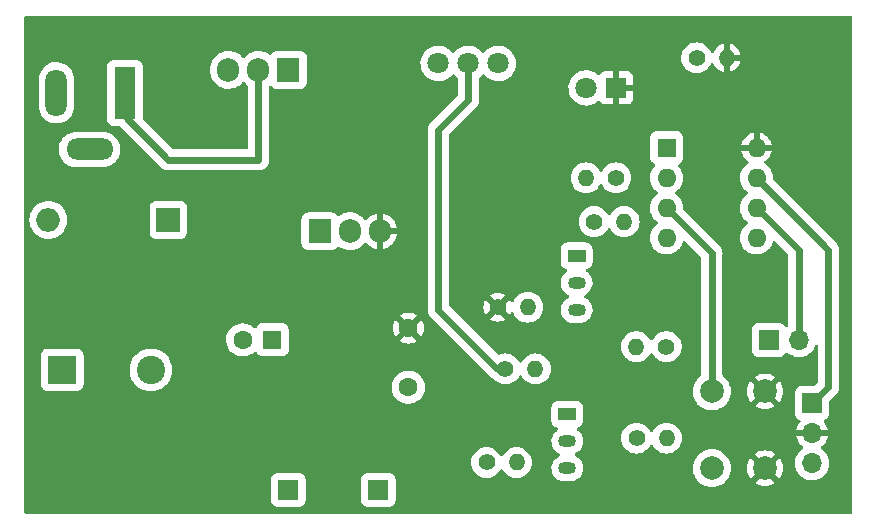
<source format=gbr>
%TF.GenerationSoftware,KiCad,Pcbnew,6.0.11+dfsg-1*%
%TF.CreationDate,2025-12-01T13:38:19+08:00*%
%TF.ProjectId,auto_sprinkler,6175746f-5f73-4707-9269-6e6b6c65722e,rev?*%
%TF.SameCoordinates,Original*%
%TF.FileFunction,Copper,L2,Bot*%
%TF.FilePolarity,Positive*%
%FSLAX46Y46*%
G04 Gerber Fmt 4.6, Leading zero omitted, Abs format (unit mm)*
G04 Created by KiCad (PCBNEW 6.0.11+dfsg-1) date 2025-12-01 13:38:19*
%MOMM*%
%LPD*%
G01*
G04 APERTURE LIST*
%TA.AperFunction,ComponentPad*%
%ADD10C,1.400000*%
%TD*%
%TA.AperFunction,ComponentPad*%
%ADD11O,1.400000X1.400000*%
%TD*%
%TA.AperFunction,ComponentPad*%
%ADD12C,1.600000*%
%TD*%
%TA.AperFunction,ComponentPad*%
%ADD13R,1.600000X1.600000*%
%TD*%
%TA.AperFunction,ComponentPad*%
%ADD14O,1.600000X1.600000*%
%TD*%
%TA.AperFunction,ComponentPad*%
%ADD15C,2.000000*%
%TD*%
%TA.AperFunction,ComponentPad*%
%ADD16R,1.700000X1.700000*%
%TD*%
%TA.AperFunction,ComponentPad*%
%ADD17R,1.500000X1.050000*%
%TD*%
%TA.AperFunction,ComponentPad*%
%ADD18O,1.500000X1.050000*%
%TD*%
%TA.AperFunction,ComponentPad*%
%ADD19R,2.400000X2.400000*%
%TD*%
%TA.AperFunction,ComponentPad*%
%ADD20C,2.400000*%
%TD*%
%TA.AperFunction,ComponentPad*%
%ADD21R,1.905000X2.000000*%
%TD*%
%TA.AperFunction,ComponentPad*%
%ADD22O,1.905000X2.000000*%
%TD*%
%TA.AperFunction,ComponentPad*%
%ADD23R,1.800000X4.400000*%
%TD*%
%TA.AperFunction,ComponentPad*%
%ADD24O,1.800000X4.000000*%
%TD*%
%TA.AperFunction,ComponentPad*%
%ADD25O,4.000000X1.800000*%
%TD*%
%TA.AperFunction,ComponentPad*%
%ADD26R,2.000000X2.000000*%
%TD*%
%TA.AperFunction,ComponentPad*%
%ADD27O,2.000000X2.000000*%
%TD*%
%TA.AperFunction,ComponentPad*%
%ADD28R,1.800000X1.800000*%
%TD*%
%TA.AperFunction,ComponentPad*%
%ADD29C,1.800000*%
%TD*%
%TA.AperFunction,ComponentPad*%
%ADD30O,1.700000X1.700000*%
%TD*%
%TA.AperFunction,Conductor*%
%ADD31C,0.600000*%
%TD*%
G04 APERTURE END LIST*
D10*
%TO.P,R2,1*%
%TO.N,Net-(R2-Pad1)*%
X114095000Y-65020000D03*
D11*
%TO.P,R2,2*%
%TO.N,Net-(D2-Pad2)*%
X111555000Y-65020000D03*
%TD*%
D12*
%TO.P,C3,1*%
%TO.N,/Vcc*%
X96510000Y-77740000D03*
%TO.P,C3,2*%
%TO.N,/GND*%
X96510000Y-82740000D03*
%TD*%
D10*
%TO.P,R7,1*%
%TO.N,Net-(Q2-Pad1)*%
X104735000Y-81200000D03*
D11*
%TO.P,R7,2*%
%TO.N,/GND*%
X107275000Y-81200000D03*
%TD*%
D13*
%TO.P,U2,1,~{RESET}/PB5*%
%TO.N,Net-(R1-Pad1)*%
X118375000Y-62480000D03*
D14*
%TO.P,U2,2,PB3*%
%TO.N,Net-(R2-Pad1)*%
X118375000Y-65020000D03*
%TO.P,U2,3,PB4*%
%TO.N,Net-(R8-Pad2)*%
X118375000Y-67560000D03*
%TO.P,U2,4,GND*%
%TO.N,/GND*%
X118375000Y-70100000D03*
%TO.P,U2,5,PB0*%
%TO.N,Net-(R3-Pad1)*%
X125995000Y-70100000D03*
%TO.P,U2,6,PB1*%
%TO.N,Net-(J1-Pad2)*%
X125995000Y-67560000D03*
%TO.P,U2,7,PB2*%
%TO.N,Net-(J2-Pad1)*%
X125995000Y-65020000D03*
%TO.P,U2,8,VCC*%
%TO.N,/Vcc*%
X125995000Y-62480000D03*
%TD*%
D15*
%TO.P,SW1,1,A*%
%TO.N,Net-(R8-Pad2)*%
X122210000Y-89610000D03*
X122210000Y-83110000D03*
%TO.P,SW1,2,B*%
%TO.N,/Vcc*%
X126710000Y-89610000D03*
X126710000Y-83110000D03*
%TD*%
D16*
%TO.P,J4,1,Pin_1*%
%TO.N,/GND*%
X93980000Y-91440000D03*
%TD*%
D17*
%TO.P,Q1,1,E*%
%TO.N,/GND*%
X110755000Y-71624000D03*
D18*
%TO.P,Q1,2,B*%
%TO.N,Net-(Q1-Pad2)*%
X110755000Y-73910000D03*
%TO.P,Q1,3,C*%
%TO.N,Net-(Q1-Pad3)*%
X110755000Y-76196000D03*
%TD*%
D13*
%TO.P,C2,1*%
%TO.N,/GND*%
X84997210Y-78740000D03*
D12*
%TO.P,C2,2*%
%TO.N,/10V*%
X82497210Y-78740000D03*
%TD*%
D19*
%TO.P,C1,1*%
%TO.N,/Motor*%
X67210000Y-81280000D03*
D20*
%TO.P,C1,2*%
%TO.N,/GND*%
X74710000Y-81280000D03*
%TD*%
D10*
%TO.P,R8,1*%
%TO.N,/GND*%
X112245000Y-68730000D03*
D11*
%TO.P,R8,2*%
%TO.N,Net-(R8-Pad2)*%
X114785000Y-68730000D03*
%TD*%
D21*
%TO.P,Q2,1,G*%
%TO.N,Net-(Q2-Pad1)*%
X86360000Y-55880000D03*
D22*
%TO.P,Q2,2,D*%
%TO.N,/10V*%
X83820000Y-55880000D03*
%TO.P,Q2,3,S*%
%TO.N,/Motor*%
X81280000Y-55880000D03*
%TD*%
D23*
%TO.P,J5,1,Pin_1*%
%TO.N,/10V*%
X72520000Y-57820000D03*
D24*
%TO.P,J5,2,Pin_2*%
%TO.N,/GND*%
X66720000Y-57820000D03*
D25*
%TO.P,J5,3*%
%TO.N,N/C*%
X69520000Y-62620000D03*
%TD*%
D10*
%TO.P,R3,1*%
%TO.N,Net-(R3-Pad1)*%
X118355000Y-79320000D03*
D11*
%TO.P,R3,2*%
%TO.N,Net-(Q1-Pad2)*%
X115815000Y-79320000D03*
%TD*%
D26*
%TO.P,D1,1,K*%
%TO.N,/GND*%
X76200000Y-68580000D03*
D27*
%TO.P,D1,2,A*%
%TO.N,/Motor*%
X66040000Y-68580000D03*
%TD*%
D10*
%TO.P,R6,1*%
%TO.N,/10V*%
X103135000Y-89120886D03*
D11*
%TO.P,R6,2*%
%TO.N,Net-(Q3-Pad3)*%
X105675000Y-89120886D03*
%TD*%
D28*
%TO.P,D2,1,K*%
%TO.N,/Vcc*%
X114117220Y-57402856D03*
D29*
%TO.P,D2,2,A*%
%TO.N,Net-(D2-Pad2)*%
X111577220Y-57402856D03*
%TD*%
D16*
%TO.P,J2,1,Pin_1*%
%TO.N,Net-(J2-Pad1)*%
X130690000Y-84110000D03*
D30*
%TO.P,J2,2,Pin_2*%
%TO.N,/Vcc*%
X130690000Y-86650000D03*
%TO.P,J2,3,Pin_3*%
%TO.N,/GND*%
X130690000Y-89190000D03*
%TD*%
D17*
%TO.P,Q3,1,E*%
%TO.N,/GND*%
X109978370Y-85034886D03*
D18*
%TO.P,Q3,2,B*%
%TO.N,Net-(Q3-Pad2)*%
X109978370Y-87320886D03*
%TO.P,Q3,3,C*%
%TO.N,Net-(Q3-Pad3)*%
X109978370Y-89606886D03*
%TD*%
D29*
%TO.P,RV1,1,1*%
%TO.N,Net-(Q3-Pad3)*%
X104125000Y-55335000D03*
%TO.P,RV1,2,2*%
%TO.N,Net-(Q2-Pad1)*%
X101585000Y-55335000D03*
%TO.P,RV1,3,3*%
%TO.N,/GND*%
X99045000Y-55335000D03*
%TD*%
D10*
%TO.P,R1,1*%
%TO.N,Net-(R1-Pad1)*%
X120915000Y-54860000D03*
D11*
%TO.P,R1,2*%
%TO.N,/Vcc*%
X123455000Y-54860000D03*
%TD*%
D10*
%TO.P,R5,1*%
%TO.N,Net-(Q3-Pad2)*%
X115835000Y-87060000D03*
D11*
%TO.P,R5,2*%
%TO.N,Net-(Q1-Pad3)*%
X118375000Y-87060000D03*
%TD*%
D10*
%TO.P,R4,1*%
%TO.N,/Vcc*%
X104085000Y-75980000D03*
D11*
%TO.P,R4,2*%
%TO.N,Net-(Q1-Pad3)*%
X106625000Y-75980000D03*
%TD*%
D16*
%TO.P,J3,1,Pin_1*%
%TO.N,/Motor*%
X86360000Y-91440000D03*
%TD*%
D21*
%TO.P,U1,1,IN*%
%TO.N,/10V*%
X89020000Y-69550000D03*
D22*
%TO.P,U1,2,GND*%
%TO.N,/GND*%
X91560000Y-69550000D03*
%TO.P,U1,3,OUT*%
%TO.N,/Vcc*%
X94100000Y-69550000D03*
%TD*%
D16*
%TO.P,J1,1,Pin_1*%
%TO.N,/GND*%
X127030000Y-78740000D03*
D30*
%TO.P,J1,2,Pin_2*%
%TO.N,Net-(J1-Pad2)*%
X129570000Y-78740000D03*
%TD*%
D31*
%TO.N,/10V*%
X76200000Y-63500000D02*
X83820000Y-63500000D01*
X72520000Y-57820000D02*
X72520000Y-59820000D01*
X83820000Y-63500000D02*
X83820000Y-55880000D01*
X72520000Y-59820000D02*
X76200000Y-63500000D01*
%TO.N,Net-(J1-Pad2)*%
X129570000Y-71135000D02*
X129570000Y-78740000D01*
X125995000Y-67560000D02*
X129570000Y-71135000D01*
%TO.N,Net-(J2-Pad1)*%
X132080000Y-71105000D02*
X132080000Y-82720000D01*
X125995000Y-65020000D02*
X132080000Y-71105000D01*
X132080000Y-82720000D02*
X130690000Y-84110000D01*
%TO.N,Net-(Q2-Pad1)*%
X99060000Y-76200000D02*
X99060000Y-60960000D01*
X103975000Y-81115000D02*
X99060000Y-76200000D01*
X101585000Y-58405000D02*
X101585000Y-55335000D01*
X101600000Y-58420000D02*
X101585000Y-58405000D01*
X104735000Y-81200000D02*
X104650000Y-81115000D01*
X104650000Y-81115000D02*
X103975000Y-81115000D01*
X99060000Y-60960000D02*
X101600000Y-58420000D01*
%TO.N,Net-(R8-Pad2)*%
X122210000Y-83110000D02*
X122210000Y-71395000D01*
X122210000Y-71395000D02*
X118375000Y-67560000D01*
%TD*%
%TA.AperFunction,Conductor*%
%TO.N,/Vcc*%
G36*
X134053621Y-51328502D02*
G01*
X134100114Y-51382158D01*
X134111500Y-51434500D01*
X134111500Y-93345500D01*
X134091498Y-93413621D01*
X134037842Y-93460114D01*
X133985500Y-93471500D01*
X64134500Y-93471500D01*
X64066379Y-93451498D01*
X64019886Y-93397842D01*
X64008500Y-93345500D01*
X64008500Y-90550639D01*
X84909500Y-90550639D01*
X84909501Y-92329360D01*
X84924956Y-92446762D01*
X84985464Y-92592841D01*
X85081718Y-92718282D01*
X85207159Y-92814536D01*
X85353238Y-92875044D01*
X85361426Y-92876122D01*
X85466545Y-92889961D01*
X85470639Y-92890500D01*
X86359892Y-92890500D01*
X87249360Y-92890499D01*
X87253444Y-92889961D01*
X87253450Y-92889961D01*
X87358575Y-92876122D01*
X87358577Y-92876122D01*
X87366762Y-92875044D01*
X87512841Y-92814536D01*
X87638282Y-92718282D01*
X87734536Y-92592841D01*
X87795044Y-92446762D01*
X87810500Y-92329361D01*
X87810499Y-90550640D01*
X87810499Y-90550639D01*
X92529500Y-90550639D01*
X92529501Y-92329360D01*
X92544956Y-92446762D01*
X92605464Y-92592841D01*
X92701718Y-92718282D01*
X92827159Y-92814536D01*
X92973238Y-92875044D01*
X92981426Y-92876122D01*
X93086545Y-92889961D01*
X93090639Y-92890500D01*
X93979892Y-92890500D01*
X94869360Y-92890499D01*
X94873444Y-92889961D01*
X94873450Y-92889961D01*
X94978575Y-92876122D01*
X94978577Y-92876122D01*
X94986762Y-92875044D01*
X95132841Y-92814536D01*
X95258282Y-92718282D01*
X95354536Y-92592841D01*
X95415044Y-92446762D01*
X95430500Y-92329361D01*
X95430499Y-90550640D01*
X95424417Y-90504434D01*
X95416122Y-90441425D01*
X95416122Y-90441423D01*
X95415044Y-90433238D01*
X95354536Y-90287159D01*
X95258282Y-90161718D01*
X95132841Y-90065464D01*
X94986762Y-90004956D01*
X94978574Y-90003878D01*
X94873448Y-89990038D01*
X94873447Y-89990038D01*
X94869361Y-89989500D01*
X93980108Y-89989500D01*
X93090640Y-89989501D01*
X93086556Y-89990039D01*
X93086550Y-89990039D01*
X92981425Y-90003878D01*
X92981423Y-90003878D01*
X92973238Y-90004956D01*
X92827159Y-90065464D01*
X92701718Y-90161718D01*
X92605464Y-90287159D01*
X92544956Y-90433238D01*
X92529500Y-90550639D01*
X87810499Y-90550639D01*
X87804417Y-90504434D01*
X87796122Y-90441425D01*
X87796122Y-90441423D01*
X87795044Y-90433238D01*
X87734536Y-90287159D01*
X87638282Y-90161718D01*
X87512841Y-90065464D01*
X87366762Y-90004956D01*
X87358574Y-90003878D01*
X87253448Y-89990038D01*
X87253447Y-89990038D01*
X87249361Y-89989500D01*
X86360108Y-89989500D01*
X85470640Y-89989501D01*
X85466556Y-89990039D01*
X85466550Y-89990039D01*
X85361425Y-90003878D01*
X85361423Y-90003878D01*
X85353238Y-90004956D01*
X85207159Y-90065464D01*
X85081718Y-90161718D01*
X84985464Y-90287159D01*
X84924956Y-90433238D01*
X84909500Y-90550639D01*
X64008500Y-90550639D01*
X64008500Y-89120886D01*
X101829532Y-89120886D01*
X101849365Y-89347578D01*
X101850789Y-89352891D01*
X101850789Y-89352893D01*
X101890882Y-89502521D01*
X101908261Y-89567382D01*
X101910583Y-89572362D01*
X101910584Y-89572364D01*
X101998176Y-89760203D01*
X102004432Y-89773620D01*
X102134953Y-89960025D01*
X102295861Y-90120933D01*
X102482266Y-90251454D01*
X102487244Y-90253775D01*
X102487247Y-90253777D01*
X102678755Y-90343079D01*
X102688504Y-90347625D01*
X102693812Y-90349047D01*
X102693814Y-90349048D01*
X102902993Y-90405097D01*
X102902995Y-90405097D01*
X102908308Y-90406521D01*
X103135000Y-90426354D01*
X103361692Y-90406521D01*
X103367005Y-90405097D01*
X103367007Y-90405097D01*
X103576186Y-90349048D01*
X103576188Y-90349047D01*
X103581496Y-90347625D01*
X103591245Y-90343079D01*
X103782753Y-90253777D01*
X103782756Y-90253775D01*
X103787734Y-90251454D01*
X103974139Y-90120933D01*
X104135047Y-89960025D01*
X104265568Y-89773620D01*
X104271825Y-89760203D01*
X104290805Y-89719499D01*
X104337722Y-89666214D01*
X104406000Y-89646753D01*
X104473959Y-89667295D01*
X104519195Y-89719499D01*
X104538176Y-89760203D01*
X104544432Y-89773620D01*
X104674953Y-89960025D01*
X104835861Y-90120933D01*
X105022266Y-90251454D01*
X105027244Y-90253775D01*
X105027247Y-90253777D01*
X105218755Y-90343079D01*
X105228504Y-90347625D01*
X105233812Y-90349047D01*
X105233814Y-90349048D01*
X105442993Y-90405097D01*
X105442995Y-90405097D01*
X105448308Y-90406521D01*
X105675000Y-90426354D01*
X105901692Y-90406521D01*
X105907005Y-90405097D01*
X105907007Y-90405097D01*
X106116186Y-90349048D01*
X106116188Y-90349047D01*
X106121496Y-90347625D01*
X106131245Y-90343079D01*
X106322753Y-90253777D01*
X106322756Y-90253775D01*
X106327734Y-90251454D01*
X106514139Y-90120933D01*
X106675047Y-89960025D01*
X106805568Y-89773620D01*
X106811825Y-89760203D01*
X106899416Y-89572364D01*
X106899417Y-89572362D01*
X106901739Y-89567382D01*
X106905953Y-89551655D01*
X108624100Y-89551655D01*
X108634029Y-89766192D01*
X108684348Y-89974980D01*
X108686830Y-89980438D01*
X108686831Y-89980442D01*
X108733012Y-90082012D01*
X108773239Y-90170486D01*
X108828436Y-90248299D01*
X108892675Y-90338859D01*
X108897496Y-90345656D01*
X108901819Y-90349795D01*
X108901823Y-90349799D01*
X109048305Y-90490025D01*
X109052635Y-90494170D01*
X109233059Y-90610668D01*
X109432257Y-90690947D01*
X109536628Y-90711329D01*
X109638595Y-90731242D01*
X109638598Y-90731242D01*
X109643041Y-90732110D01*
X109648684Y-90732386D01*
X110257034Y-90732386D01*
X110417165Y-90717108D01*
X110422921Y-90715419D01*
X110422923Y-90715419D01*
X110513990Y-90688703D01*
X110623246Y-90656651D01*
X110664832Y-90635233D01*
X110808846Y-90561061D01*
X110808849Y-90561059D01*
X110814177Y-90558315D01*
X110983068Y-90425649D01*
X111123825Y-90263440D01*
X111132585Y-90248299D01*
X111214843Y-90106111D01*
X111231371Y-90077541D01*
X111301823Y-89874660D01*
X111303085Y-89865961D01*
X111331779Y-89668057D01*
X111331779Y-89668054D01*
X111332640Y-89662117D01*
X111330228Y-89610000D01*
X120604551Y-89610000D01*
X120624317Y-89861148D01*
X120625471Y-89865955D01*
X120625472Y-89865961D01*
X120655261Y-89990039D01*
X120683127Y-90106111D01*
X120685020Y-90110682D01*
X120685021Y-90110684D01*
X120761280Y-90294789D01*
X120779534Y-90338859D01*
X120911164Y-90553659D01*
X120914376Y-90557419D01*
X120914379Y-90557424D01*
X120980997Y-90635423D01*
X121074776Y-90745224D01*
X121078538Y-90748437D01*
X121262576Y-90905621D01*
X121262581Y-90905624D01*
X121266341Y-90908836D01*
X121481141Y-91040466D01*
X121485711Y-91042359D01*
X121485715Y-91042361D01*
X121678646Y-91122275D01*
X121713889Y-91136873D01*
X121798289Y-91157135D01*
X121954039Y-91194528D01*
X121954045Y-91194529D01*
X121958852Y-91195683D01*
X122210000Y-91215449D01*
X122461148Y-91195683D01*
X122465955Y-91194529D01*
X122465961Y-91194528D01*
X122621711Y-91157135D01*
X122706111Y-91136873D01*
X122741354Y-91122275D01*
X122934285Y-91042361D01*
X122934289Y-91042359D01*
X122938859Y-91040466D01*
X123153659Y-90908836D01*
X123157419Y-90905624D01*
X123157424Y-90905621D01*
X123231130Y-90842670D01*
X125842160Y-90842670D01*
X125847887Y-90850320D01*
X126019042Y-90955205D01*
X126027837Y-90959687D01*
X126237988Y-91046734D01*
X126247373Y-91049783D01*
X126468554Y-91102885D01*
X126478301Y-91104428D01*
X126705070Y-91122275D01*
X126714930Y-91122275D01*
X126941699Y-91104428D01*
X126951446Y-91102885D01*
X127172627Y-91049783D01*
X127182012Y-91046734D01*
X127392163Y-90959687D01*
X127400958Y-90955205D01*
X127568445Y-90852568D01*
X127577907Y-90842110D01*
X127574124Y-90833334D01*
X126722812Y-89982022D01*
X126708868Y-89974408D01*
X126707035Y-89974539D01*
X126700420Y-89978790D01*
X125848920Y-90830290D01*
X125842160Y-90842670D01*
X123231130Y-90842670D01*
X123341462Y-90748437D01*
X123345224Y-90745224D01*
X123439003Y-90635423D01*
X123505621Y-90557424D01*
X123505624Y-90557419D01*
X123508836Y-90553659D01*
X123640466Y-90338859D01*
X123658721Y-90294789D01*
X123734979Y-90110684D01*
X123734980Y-90110682D01*
X123736873Y-90106111D01*
X123764739Y-89990039D01*
X123794528Y-89865961D01*
X123794529Y-89865955D01*
X123795683Y-89861148D01*
X123815061Y-89614930D01*
X125197725Y-89614930D01*
X125215572Y-89841699D01*
X125217115Y-89851446D01*
X125270217Y-90072627D01*
X125273266Y-90082012D01*
X125360313Y-90292163D01*
X125364795Y-90300958D01*
X125467432Y-90468445D01*
X125477890Y-90477907D01*
X125486666Y-90474124D01*
X126337978Y-89622812D01*
X126344356Y-89611132D01*
X127074408Y-89611132D01*
X127074539Y-89612965D01*
X127078790Y-89619580D01*
X127930290Y-90471080D01*
X127942670Y-90477840D01*
X127950320Y-90472113D01*
X128055205Y-90300958D01*
X128059687Y-90292163D01*
X128146734Y-90082012D01*
X128149783Y-90072627D01*
X128202885Y-89851446D01*
X128204428Y-89841699D01*
X128222275Y-89614930D01*
X128222275Y-89605070D01*
X128204428Y-89378301D01*
X128202885Y-89368554D01*
X128151480Y-89154440D01*
X129234963Y-89154440D01*
X129235260Y-89159592D01*
X129235260Y-89159596D01*
X129248396Y-89387403D01*
X129248397Y-89387409D01*
X129248694Y-89392562D01*
X129271205Y-89492451D01*
X129298364Y-89612965D01*
X129301131Y-89625245D01*
X129303075Y-89630032D01*
X129303076Y-89630036D01*
X129363209Y-89778125D01*
X129390867Y-89846239D01*
X129393572Y-89850654D01*
X129393573Y-89850655D01*
X129411754Y-89880324D01*
X129515493Y-90049609D01*
X129671660Y-90229894D01*
X129855176Y-90382252D01*
X130061112Y-90502591D01*
X130283937Y-90587680D01*
X130289005Y-90588711D01*
X130289008Y-90588712D01*
X130380937Y-90607415D01*
X130517666Y-90635233D01*
X130522839Y-90635423D01*
X130522842Y-90635423D01*
X130750861Y-90643784D01*
X130750865Y-90643784D01*
X130756025Y-90643973D01*
X130761146Y-90643317D01*
X130987489Y-90614321D01*
X130987490Y-90614321D01*
X130992609Y-90613665D01*
X131221068Y-90545125D01*
X131435264Y-90440191D01*
X131516492Y-90382252D01*
X131625242Y-90304681D01*
X131629445Y-90301683D01*
X131638999Y-90292163D01*
X131766575Y-90165031D01*
X131798397Y-90133320D01*
X131835266Y-90082012D01*
X131934564Y-89943823D01*
X131937582Y-89939623D01*
X131985980Y-89841699D01*
X132040969Y-89730437D01*
X132040970Y-89730435D01*
X132043263Y-89725795D01*
X132112600Y-89497577D01*
X132119182Y-89447580D01*
X132143296Y-89264421D01*
X132143297Y-89264414D01*
X132143733Y-89261099D01*
X132145471Y-89190000D01*
X132145195Y-89186641D01*
X132126351Y-88957435D01*
X132126350Y-88957429D01*
X132125927Y-88952284D01*
X132074587Y-88747887D01*
X132069080Y-88725963D01*
X132069079Y-88725959D01*
X132067821Y-88720952D01*
X132055415Y-88692420D01*
X131974772Y-88506953D01*
X131974770Y-88506950D01*
X131972712Y-88502216D01*
X131843155Y-88301951D01*
X131828877Y-88286259D01*
X131686107Y-88129358D01*
X131686105Y-88129357D01*
X131682629Y-88125536D01*
X131678578Y-88122337D01*
X131678574Y-88122333D01*
X131499500Y-87980909D01*
X131499496Y-87980907D01*
X131495445Y-87977707D01*
X131490921Y-87975209D01*
X131490917Y-87975207D01*
X131485624Y-87972285D01*
X131435653Y-87921852D01*
X131420882Y-87852409D01*
X131445999Y-87786004D01*
X131473350Y-87759398D01*
X131565328Y-87693792D01*
X131573200Y-87687139D01*
X131724052Y-87536812D01*
X131730730Y-87528965D01*
X131855003Y-87356020D01*
X131860313Y-87347183D01*
X131954670Y-87156267D01*
X131958469Y-87146672D01*
X132020377Y-86942910D01*
X132022555Y-86932837D01*
X132023986Y-86921962D01*
X132021775Y-86907778D01*
X132008617Y-86904000D01*
X129373225Y-86904000D01*
X129359694Y-86907973D01*
X129358257Y-86917966D01*
X129388565Y-87052446D01*
X129391645Y-87062275D01*
X129471770Y-87259603D01*
X129476413Y-87268794D01*
X129587694Y-87450388D01*
X129593777Y-87458699D01*
X129733213Y-87619667D01*
X129740580Y-87626883D01*
X129908414Y-87766221D01*
X129907187Y-87767698D01*
X129946329Y-87816690D01*
X129953622Y-87887312D01*
X129921576Y-87950664D01*
X129905372Y-87965179D01*
X129728839Y-88097725D01*
X129723675Y-88101602D01*
X129558887Y-88274042D01*
X129555973Y-88278314D01*
X129555972Y-88278315D01*
X129472208Y-88401108D01*
X129424475Y-88471082D01*
X129375979Y-88575558D01*
X129331882Y-88670558D01*
X129324051Y-88687428D01*
X129260309Y-88917272D01*
X129259760Y-88922409D01*
X129237964Y-89126361D01*
X129234963Y-89154440D01*
X128151480Y-89154440D01*
X128149783Y-89147373D01*
X128146734Y-89137988D01*
X128059687Y-88927837D01*
X128055205Y-88919042D01*
X127952568Y-88751555D01*
X127942110Y-88742093D01*
X127933334Y-88745876D01*
X127082022Y-89597188D01*
X127074408Y-89611132D01*
X126344356Y-89611132D01*
X126345592Y-89608868D01*
X126345461Y-89607035D01*
X126341210Y-89600420D01*
X125489710Y-88748920D01*
X125477330Y-88742160D01*
X125469680Y-88747887D01*
X125364795Y-88919042D01*
X125360313Y-88927837D01*
X125273266Y-89137988D01*
X125270217Y-89147373D01*
X125217115Y-89368554D01*
X125215572Y-89378301D01*
X125197725Y-89605070D01*
X125197725Y-89614930D01*
X123815061Y-89614930D01*
X123815449Y-89610000D01*
X123795683Y-89358852D01*
X123794253Y-89352893D01*
X123755953Y-89193364D01*
X123736873Y-89113889D01*
X123709888Y-89048741D01*
X123642361Y-88885715D01*
X123642359Y-88885711D01*
X123640466Y-88881141D01*
X123508836Y-88666341D01*
X123505624Y-88662581D01*
X123505621Y-88662576D01*
X123348437Y-88478538D01*
X123345224Y-88474776D01*
X123258970Y-88401108D01*
X123231785Y-88377890D01*
X125842093Y-88377890D01*
X125845876Y-88386666D01*
X126697188Y-89237978D01*
X126711132Y-89245592D01*
X126712965Y-89245461D01*
X126719580Y-89241210D01*
X127571080Y-88389710D01*
X127577840Y-88377330D01*
X127572113Y-88369680D01*
X127400958Y-88264795D01*
X127392163Y-88260313D01*
X127182012Y-88173266D01*
X127172627Y-88170217D01*
X126951446Y-88117115D01*
X126941699Y-88115572D01*
X126714930Y-88097725D01*
X126705070Y-88097725D01*
X126478301Y-88115572D01*
X126468554Y-88117115D01*
X126247373Y-88170217D01*
X126237988Y-88173266D01*
X126027837Y-88260313D01*
X126019042Y-88264795D01*
X125851555Y-88367432D01*
X125842093Y-88377890D01*
X123231785Y-88377890D01*
X123157424Y-88314379D01*
X123157419Y-88314376D01*
X123153659Y-88311164D01*
X122938859Y-88179534D01*
X122934289Y-88177641D01*
X122934285Y-88177639D01*
X122710684Y-88085021D01*
X122710682Y-88085020D01*
X122706111Y-88083127D01*
X122608347Y-88059656D01*
X122465961Y-88025472D01*
X122465955Y-88025471D01*
X122461148Y-88024317D01*
X122210000Y-88004551D01*
X121958852Y-88024317D01*
X121954045Y-88025471D01*
X121954039Y-88025472D01*
X121811653Y-88059656D01*
X121713889Y-88083127D01*
X121709318Y-88085020D01*
X121709316Y-88085021D01*
X121485715Y-88177639D01*
X121485711Y-88177641D01*
X121481141Y-88179534D01*
X121266341Y-88311164D01*
X121262581Y-88314376D01*
X121262576Y-88314379D01*
X121161030Y-88401108D01*
X121074776Y-88474776D01*
X121071563Y-88478538D01*
X120914379Y-88662576D01*
X120914376Y-88662581D01*
X120911164Y-88666341D01*
X120779534Y-88881141D01*
X120777641Y-88885711D01*
X120777639Y-88885715D01*
X120710112Y-89048741D01*
X120683127Y-89113889D01*
X120664047Y-89193364D01*
X120625748Y-89352893D01*
X120624317Y-89358852D01*
X120604551Y-89610000D01*
X111330228Y-89610000D01*
X111322711Y-89447580D01*
X111309452Y-89392562D01*
X111273798Y-89244626D01*
X111272392Y-89238792D01*
X111248681Y-89186641D01*
X111185981Y-89048741D01*
X111183501Y-89043286D01*
X111059244Y-88868116D01*
X111054921Y-88863977D01*
X111054917Y-88863973D01*
X110908435Y-88723747D01*
X110908434Y-88723747D01*
X110904105Y-88719602D01*
X110723681Y-88603104D01*
X110669386Y-88581222D01*
X110613683Y-88537209D01*
X110590616Y-88470064D01*
X110607513Y-88401108D01*
X110658795Y-88352342D01*
X110808846Y-88275061D01*
X110808849Y-88275059D01*
X110814177Y-88272315D01*
X110983068Y-88139649D01*
X110999391Y-88120839D01*
X111052482Y-88059656D01*
X111123825Y-87977440D01*
X111139316Y-87950664D01*
X111216822Y-87816690D01*
X111231371Y-87791541D01*
X111301823Y-87588660D01*
X111310479Y-87528965D01*
X111331779Y-87382057D01*
X111331779Y-87382054D01*
X111332640Y-87376117D01*
X111322711Y-87161580D01*
X111298230Y-87060000D01*
X114529532Y-87060000D01*
X114549365Y-87286692D01*
X114608261Y-87506496D01*
X114610583Y-87511476D01*
X114610584Y-87511478D01*
X114692497Y-87687139D01*
X114704432Y-87712734D01*
X114834953Y-87899139D01*
X114995861Y-88060047D01*
X115182266Y-88190568D01*
X115187244Y-88192889D01*
X115187247Y-88192891D01*
X115383522Y-88284416D01*
X115388504Y-88286739D01*
X115393812Y-88288161D01*
X115393814Y-88288162D01*
X115602993Y-88344211D01*
X115602995Y-88344211D01*
X115608308Y-88345635D01*
X115835000Y-88365468D01*
X116061692Y-88345635D01*
X116067005Y-88344211D01*
X116067007Y-88344211D01*
X116276186Y-88288162D01*
X116276188Y-88288161D01*
X116281496Y-88286739D01*
X116286478Y-88284416D01*
X116482753Y-88192891D01*
X116482756Y-88192889D01*
X116487734Y-88190568D01*
X116674139Y-88060047D01*
X116835047Y-87899139D01*
X116965568Y-87712734D01*
X116990805Y-87658613D01*
X117037722Y-87605328D01*
X117106000Y-87585867D01*
X117173959Y-87606409D01*
X117219195Y-87658612D01*
X117244432Y-87712734D01*
X117374953Y-87899139D01*
X117535861Y-88060047D01*
X117722266Y-88190568D01*
X117727244Y-88192889D01*
X117727247Y-88192891D01*
X117923522Y-88284416D01*
X117928504Y-88286739D01*
X117933812Y-88288161D01*
X117933814Y-88288162D01*
X118142993Y-88344211D01*
X118142995Y-88344211D01*
X118148308Y-88345635D01*
X118375000Y-88365468D01*
X118601692Y-88345635D01*
X118607005Y-88344211D01*
X118607007Y-88344211D01*
X118816186Y-88288162D01*
X118816188Y-88288161D01*
X118821496Y-88286739D01*
X118826478Y-88284416D01*
X119022753Y-88192891D01*
X119022756Y-88192889D01*
X119027734Y-88190568D01*
X119214139Y-88060047D01*
X119375047Y-87899139D01*
X119505568Y-87712734D01*
X119517504Y-87687139D01*
X119599416Y-87511478D01*
X119599417Y-87511476D01*
X119601739Y-87506496D01*
X119660635Y-87286692D01*
X119680468Y-87060000D01*
X119660635Y-86833308D01*
X119601739Y-86613504D01*
X119589381Y-86587002D01*
X119507891Y-86412247D01*
X119507889Y-86412244D01*
X119505568Y-86407266D01*
X119375047Y-86220861D01*
X119214139Y-86059953D01*
X119027734Y-85929432D01*
X119022756Y-85927111D01*
X119022753Y-85927109D01*
X118826478Y-85835584D01*
X118826476Y-85835583D01*
X118821496Y-85833261D01*
X118816188Y-85831839D01*
X118816186Y-85831838D01*
X118607007Y-85775789D01*
X118607005Y-85775789D01*
X118601692Y-85774365D01*
X118375000Y-85754532D01*
X118148308Y-85774365D01*
X118142995Y-85775789D01*
X118142993Y-85775789D01*
X117933814Y-85831838D01*
X117933812Y-85831839D01*
X117928504Y-85833261D01*
X117923524Y-85835583D01*
X117923522Y-85835584D01*
X117727247Y-85927109D01*
X117727244Y-85927111D01*
X117722266Y-85929432D01*
X117535861Y-86059953D01*
X117374953Y-86220861D01*
X117244432Y-86407266D01*
X117242111Y-86412244D01*
X117242109Y-86412247D01*
X117219195Y-86461387D01*
X117172278Y-86514672D01*
X117104000Y-86534133D01*
X117036041Y-86513591D01*
X116990805Y-86461387D01*
X116967891Y-86412247D01*
X116967889Y-86412244D01*
X116965568Y-86407266D01*
X116835047Y-86220861D01*
X116674139Y-86059953D01*
X116487734Y-85929432D01*
X116482756Y-85927111D01*
X116482753Y-85927109D01*
X116286478Y-85835584D01*
X116286476Y-85835583D01*
X116281496Y-85833261D01*
X116276188Y-85831839D01*
X116276186Y-85831838D01*
X116067007Y-85775789D01*
X116067005Y-85775789D01*
X116061692Y-85774365D01*
X115835000Y-85754532D01*
X115608308Y-85774365D01*
X115602995Y-85775789D01*
X115602993Y-85775789D01*
X115393814Y-85831838D01*
X115393812Y-85831839D01*
X115388504Y-85833261D01*
X115383524Y-85835583D01*
X115383522Y-85835584D01*
X115187247Y-85927109D01*
X115187244Y-85927111D01*
X115182266Y-85929432D01*
X114995861Y-86059953D01*
X114834953Y-86220861D01*
X114704432Y-86407266D01*
X114702111Y-86412244D01*
X114702109Y-86412247D01*
X114620619Y-86587002D01*
X114608261Y-86613504D01*
X114549365Y-86833308D01*
X114529532Y-87060000D01*
X111298230Y-87060000D01*
X111272392Y-86952792D01*
X111258375Y-86921962D01*
X111185981Y-86762741D01*
X111183501Y-86757286D01*
X111059244Y-86582116D01*
X111054921Y-86577977D01*
X111054917Y-86577973D01*
X110908435Y-86437747D01*
X110908434Y-86437747D01*
X110904105Y-86433602D01*
X110899070Y-86430351D01*
X110899065Y-86430347D01*
X110817620Y-86377759D01*
X110771242Y-86324004D01*
X110761288Y-86253709D01*
X110790919Y-86189191D01*
X110850727Y-86150935D01*
X110869521Y-86146985D01*
X110876945Y-86146008D01*
X110876947Y-86146008D01*
X110885132Y-86144930D01*
X111031211Y-86084422D01*
X111156652Y-85988168D01*
X111252906Y-85862727D01*
X111313414Y-85716648D01*
X111328870Y-85599247D01*
X111328869Y-84470526D01*
X111327443Y-84459687D01*
X111314492Y-84361311D01*
X111314492Y-84361309D01*
X111313414Y-84353124D01*
X111252906Y-84207045D01*
X111156652Y-84081604D01*
X111031211Y-83985350D01*
X110885132Y-83924842D01*
X110826090Y-83917069D01*
X110771818Y-83909924D01*
X110771817Y-83909924D01*
X110767731Y-83909386D01*
X109978466Y-83909386D01*
X109189010Y-83909387D01*
X109184926Y-83909925D01*
X109184920Y-83909925D01*
X109079795Y-83923764D01*
X109079793Y-83923764D01*
X109071608Y-83924842D01*
X108925529Y-83985350D01*
X108800088Y-84081604D01*
X108703834Y-84207045D01*
X108643326Y-84353124D01*
X108627870Y-84470525D01*
X108627871Y-85599246D01*
X108628409Y-85603330D01*
X108628409Y-85603336D01*
X108642248Y-85708460D01*
X108643326Y-85716648D01*
X108703834Y-85862727D01*
X108800088Y-85988168D01*
X108925529Y-86084422D01*
X109071608Y-86144930D01*
X109080366Y-86146083D01*
X109080812Y-86146280D01*
X109087772Y-86148145D01*
X109087481Y-86149230D01*
X109145292Y-86174803D01*
X109184386Y-86234067D01*
X109185233Y-86305058D01*
X109147565Y-86365238D01*
X109141755Y-86370091D01*
X109060903Y-86433602D01*
X108973672Y-86502123D01*
X108969741Y-86506653D01*
X108969740Y-86506654D01*
X108945895Y-86534133D01*
X108832915Y-86664332D01*
X108725369Y-86850231D01*
X108654917Y-87053112D01*
X108654057Y-87059045D01*
X108654056Y-87059048D01*
X108624977Y-87259603D01*
X108624100Y-87265655D01*
X108634029Y-87480192D01*
X108684348Y-87688980D01*
X108686830Y-87694438D01*
X108686831Y-87694442D01*
X108733341Y-87796735D01*
X108773239Y-87884486D01*
X108897496Y-88059656D01*
X108901819Y-88063795D01*
X108901823Y-88063799D01*
X109025423Y-88182120D01*
X109052635Y-88208170D01*
X109233059Y-88324668D01*
X109287354Y-88346550D01*
X109343057Y-88390563D01*
X109366124Y-88457708D01*
X109349227Y-88526664D01*
X109297945Y-88575430D01*
X109147894Y-88652711D01*
X109147891Y-88652713D01*
X109142563Y-88655457D01*
X108973672Y-88788123D01*
X108832915Y-88950332D01*
X108725369Y-89136231D01*
X108654917Y-89339112D01*
X108654057Y-89345045D01*
X108654056Y-89345048D01*
X108632684Y-89492451D01*
X108624100Y-89551655D01*
X106905953Y-89551655D01*
X106919119Y-89502521D01*
X106959211Y-89352893D01*
X106959211Y-89352891D01*
X106960635Y-89347578D01*
X106980468Y-89120886D01*
X106960635Y-88894194D01*
X106958363Y-88885715D01*
X106903162Y-88679700D01*
X106903161Y-88679698D01*
X106901739Y-88674390D01*
X106894638Y-88659161D01*
X106807891Y-88473133D01*
X106807889Y-88473130D01*
X106805568Y-88468152D01*
X106675047Y-88281747D01*
X106514139Y-88120839D01*
X106327734Y-87990318D01*
X106322756Y-87987997D01*
X106322753Y-87987995D01*
X106126478Y-87896470D01*
X106126476Y-87896469D01*
X106121496Y-87894147D01*
X106116188Y-87892725D01*
X106116186Y-87892724D01*
X105907007Y-87836675D01*
X105907005Y-87836675D01*
X105901692Y-87835251D01*
X105675000Y-87815418D01*
X105448308Y-87835251D01*
X105442995Y-87836675D01*
X105442993Y-87836675D01*
X105233814Y-87892724D01*
X105233812Y-87892725D01*
X105228504Y-87894147D01*
X105223524Y-87896469D01*
X105223522Y-87896470D01*
X105027247Y-87987995D01*
X105027244Y-87987997D01*
X105022266Y-87990318D01*
X104835861Y-88120839D01*
X104674953Y-88281747D01*
X104544432Y-88468152D01*
X104542111Y-88473130D01*
X104542109Y-88473133D01*
X104519195Y-88522273D01*
X104472278Y-88575558D01*
X104404000Y-88595019D01*
X104336041Y-88574477D01*
X104290805Y-88522273D01*
X104267891Y-88473133D01*
X104267889Y-88473130D01*
X104265568Y-88468152D01*
X104135047Y-88281747D01*
X103974139Y-88120839D01*
X103787734Y-87990318D01*
X103782756Y-87987997D01*
X103782753Y-87987995D01*
X103586478Y-87896470D01*
X103586476Y-87896469D01*
X103581496Y-87894147D01*
X103576188Y-87892725D01*
X103576186Y-87892724D01*
X103367007Y-87836675D01*
X103367005Y-87836675D01*
X103361692Y-87835251D01*
X103135000Y-87815418D01*
X102908308Y-87835251D01*
X102902995Y-87836675D01*
X102902993Y-87836675D01*
X102693814Y-87892724D01*
X102693812Y-87892725D01*
X102688504Y-87894147D01*
X102683524Y-87896469D01*
X102683522Y-87896470D01*
X102487247Y-87987995D01*
X102487244Y-87987997D01*
X102482266Y-87990318D01*
X102295861Y-88120839D01*
X102134953Y-88281747D01*
X102004432Y-88468152D01*
X102002111Y-88473130D01*
X102002109Y-88473133D01*
X101915362Y-88659161D01*
X101908261Y-88674390D01*
X101906839Y-88679698D01*
X101906838Y-88679700D01*
X101851637Y-88885715D01*
X101849365Y-88894194D01*
X101829532Y-89120886D01*
X64008500Y-89120886D01*
X64008500Y-80040639D01*
X65409500Y-80040639D01*
X65409501Y-82519360D01*
X65410039Y-82523444D01*
X65410039Y-82523450D01*
X65415879Y-82567809D01*
X65424956Y-82636762D01*
X65485464Y-82782841D01*
X65540096Y-82854039D01*
X65562619Y-82883391D01*
X65581718Y-82908282D01*
X65707159Y-83004536D01*
X65853238Y-83065044D01*
X65861426Y-83066122D01*
X65966545Y-83079961D01*
X65970639Y-83080500D01*
X67209849Y-83080500D01*
X68449360Y-83080499D01*
X68453444Y-83079961D01*
X68453450Y-83079961D01*
X68558575Y-83066122D01*
X68558577Y-83066122D01*
X68566762Y-83065044D01*
X68712841Y-83004536D01*
X68838282Y-82908282D01*
X68857382Y-82883391D01*
X68879904Y-82854039D01*
X68934536Y-82782841D01*
X68995044Y-82636762D01*
X69010500Y-82519361D01*
X69010499Y-81232736D01*
X72905070Y-81232736D01*
X72905294Y-81237403D01*
X72905294Y-81237408D01*
X72911727Y-81371338D01*
X72917909Y-81500041D01*
X72970118Y-81762512D01*
X72971698Y-81766912D01*
X72971698Y-81766913D01*
X73002204Y-81851879D01*
X73060549Y-82014383D01*
X73071431Y-82034636D01*
X73158217Y-82196152D01*
X73187215Y-82250121D01*
X73190010Y-82253864D01*
X73190012Y-82253867D01*
X73319102Y-82426739D01*
X73347335Y-82464547D01*
X73350642Y-82467825D01*
X73350647Y-82467831D01*
X73534074Y-82649663D01*
X73537390Y-82652950D01*
X73541156Y-82655712D01*
X73541158Y-82655713D01*
X73725219Y-82790672D01*
X73753205Y-82811192D01*
X73757340Y-82813368D01*
X73757344Y-82813370D01*
X73886918Y-82881542D01*
X73990039Y-82935797D01*
X74032452Y-82950608D01*
X74238273Y-83022484D01*
X74238279Y-83022486D01*
X74242690Y-83024026D01*
X74505606Y-83073943D01*
X74632616Y-83078933D01*
X74768345Y-83084266D01*
X74768350Y-83084266D01*
X74773013Y-83084449D01*
X74868943Y-83073943D01*
X75034382Y-83055825D01*
X75034387Y-83055824D01*
X75039035Y-83055315D01*
X75154567Y-83024898D01*
X75293309Y-82988370D01*
X75297829Y-82987180D01*
X75469779Y-82913305D01*
X75539407Y-82883391D01*
X75539410Y-82883389D01*
X75543710Y-82881542D01*
X75547690Y-82879079D01*
X75547694Y-82879077D01*
X75767302Y-82743179D01*
X75767306Y-82743176D01*
X75771275Y-82740720D01*
X75812684Y-82705665D01*
X95105119Y-82705665D01*
X95105416Y-82710817D01*
X95105416Y-82710821D01*
X95110211Y-82793980D01*
X95118376Y-82935580D01*
X95119513Y-82940626D01*
X95119514Y-82940632D01*
X95145703Y-83056840D01*
X95169006Y-83160242D01*
X95170948Y-83165024D01*
X95170949Y-83165028D01*
X95246646Y-83351446D01*
X95255649Y-83373618D01*
X95375979Y-83569978D01*
X95526763Y-83744048D01*
X95703953Y-83891154D01*
X95902790Y-84007345D01*
X96117934Y-84089501D01*
X96123000Y-84090532D01*
X96123001Y-84090532D01*
X96223697Y-84111018D01*
X96343607Y-84135414D01*
X96473352Y-84140172D01*
X96568585Y-84143664D01*
X96568589Y-84143664D01*
X96573749Y-84143853D01*
X96578869Y-84143197D01*
X96578871Y-84143197D01*
X96648272Y-84134307D01*
X96802178Y-84114591D01*
X96807126Y-84113106D01*
X96807133Y-84113105D01*
X97017811Y-84049898D01*
X97017810Y-84049898D01*
X97022761Y-84048413D01*
X97229574Y-83947096D01*
X97417062Y-83813363D01*
X97580190Y-83650803D01*
X97638269Y-83569978D01*
X97711559Y-83467983D01*
X97714577Y-83463783D01*
X97816615Y-83257325D01*
X97848383Y-83152766D01*
X97882059Y-83041927D01*
X97882060Y-83041921D01*
X97883563Y-83036975D01*
X97904350Y-82879077D01*
X97913185Y-82811971D01*
X97913185Y-82811965D01*
X97913622Y-82808649D01*
X97913981Y-82793980D01*
X97915218Y-82743364D01*
X97915218Y-82743360D01*
X97915300Y-82740000D01*
X97896430Y-82510478D01*
X97840326Y-82287120D01*
X97748496Y-82075924D01*
X97666725Y-81949526D01*
X97626215Y-81886906D01*
X97626213Y-81886903D01*
X97623405Y-81882563D01*
X97618644Y-81877330D01*
X97471890Y-81716051D01*
X97471889Y-81716050D01*
X97468412Y-81712229D01*
X97464361Y-81709030D01*
X97464357Y-81709026D01*
X97291735Y-81572697D01*
X97291730Y-81572693D01*
X97287681Y-81569496D01*
X97283165Y-81567003D01*
X97283162Y-81567001D01*
X97090589Y-81460695D01*
X97090585Y-81460693D01*
X97086065Y-81458198D01*
X97081196Y-81456474D01*
X97081192Y-81456472D01*
X96873853Y-81383049D01*
X96873849Y-81383048D01*
X96868978Y-81381323D01*
X96863885Y-81380416D01*
X96863882Y-81380415D01*
X96767707Y-81363284D01*
X96642250Y-81340937D01*
X96555802Y-81339881D01*
X96417141Y-81338186D01*
X96417139Y-81338186D01*
X96411971Y-81338123D01*
X96184325Y-81372958D01*
X95965424Y-81444506D01*
X95761149Y-81550845D01*
X95576984Y-81689119D01*
X95417877Y-81855616D01*
X95414963Y-81859888D01*
X95414962Y-81859889D01*
X95392354Y-81893031D01*
X95288099Y-82045863D01*
X95285923Y-82050552D01*
X95285919Y-82050558D01*
X95193843Y-82248920D01*
X95191136Y-82254752D01*
X95129592Y-82476673D01*
X95129043Y-82481810D01*
X95109348Y-82666096D01*
X95105119Y-82705665D01*
X75812684Y-82705665D01*
X75867216Y-82659500D01*
X75971960Y-82570828D01*
X75971961Y-82570827D01*
X75975526Y-82567809D01*
X76048840Y-82484211D01*
X76148894Y-82370122D01*
X76148898Y-82370117D01*
X76151976Y-82366607D01*
X76175157Y-82330568D01*
X76294219Y-82145465D01*
X76294222Y-82145460D01*
X76296747Y-82141534D01*
X76406661Y-81897534D01*
X76431020Y-81811164D01*
X76478032Y-81644473D01*
X76478033Y-81644470D01*
X76479302Y-81639969D01*
X76497103Y-81500041D01*
X76512677Y-81377625D01*
X76512677Y-81377621D01*
X76513075Y-81374495D01*
X76515549Y-81280000D01*
X76495717Y-81013123D01*
X76485161Y-80966470D01*
X76437686Y-80756666D01*
X76436655Y-80752109D01*
X76355888Y-80544416D01*
X76341355Y-80507044D01*
X76341354Y-80507042D01*
X76339662Y-80502691D01*
X76206868Y-80270350D01*
X76041190Y-80060189D01*
X75846269Y-79876825D01*
X75626385Y-79724286D01*
X75586042Y-79704391D01*
X75390559Y-79607989D01*
X75390556Y-79607988D01*
X75386371Y-79605924D01*
X75303389Y-79579361D01*
X75228734Y-79555464D01*
X75131497Y-79524338D01*
X74970485Y-79498116D01*
X74871976Y-79482073D01*
X74871975Y-79482073D01*
X74867364Y-79481322D01*
X74733569Y-79479571D01*
X74604451Y-79477880D01*
X74604448Y-79477880D01*
X74599774Y-79477819D01*
X74334605Y-79513907D01*
X74330118Y-79515215D01*
X74330117Y-79515215D01*
X74298817Y-79524338D01*
X74077683Y-79588792D01*
X74073430Y-79590752D01*
X74073429Y-79590753D01*
X74021512Y-79614687D01*
X73834652Y-79700831D01*
X73830743Y-79703394D01*
X73614764Y-79844996D01*
X73614759Y-79845000D01*
X73610851Y-79847562D01*
X73536541Y-79913886D01*
X73426910Y-80011736D01*
X73411197Y-80025760D01*
X73240075Y-80231512D01*
X73237652Y-80235505D01*
X73105739Y-80452891D01*
X73101244Y-80460298D01*
X73099437Y-80464606D01*
X73099437Y-80464607D01*
X73062687Y-80552247D01*
X72997755Y-80707091D01*
X72996604Y-80711623D01*
X72996603Y-80711626D01*
X72933033Y-80961933D01*
X72931881Y-80966470D01*
X72905070Y-81232736D01*
X69010499Y-81232736D01*
X69010499Y-80040640D01*
X69008541Y-80025760D01*
X68996122Y-79931425D01*
X68996122Y-79931423D01*
X68995044Y-79923238D01*
X68934536Y-79777159D01*
X68838282Y-79651718D01*
X68712841Y-79555464D01*
X68566762Y-79494956D01*
X68558156Y-79493823D01*
X68453448Y-79480038D01*
X68453447Y-79480038D01*
X68449361Y-79479500D01*
X67210151Y-79479500D01*
X65970640Y-79479501D01*
X65966556Y-79480039D01*
X65966550Y-79480039D01*
X65861425Y-79493878D01*
X65861423Y-79493878D01*
X65853238Y-79494956D01*
X65707159Y-79555464D01*
X65581718Y-79651718D01*
X65485464Y-79777159D01*
X65424956Y-79923238D01*
X65423878Y-79931425D01*
X65423878Y-79931426D01*
X65416142Y-79990191D01*
X65409500Y-80040639D01*
X64008500Y-80040639D01*
X64008500Y-78705665D01*
X81092329Y-78705665D01*
X81092626Y-78710817D01*
X81092626Y-78710821D01*
X81098592Y-78814287D01*
X81105586Y-78935580D01*
X81106723Y-78940626D01*
X81106724Y-78940632D01*
X81127982Y-79034957D01*
X81156216Y-79160242D01*
X81158158Y-79165024D01*
X81158159Y-79165028D01*
X81218864Y-79314525D01*
X81242859Y-79373618D01*
X81363189Y-79569978D01*
X81513973Y-79744048D01*
X81691163Y-79891154D01*
X81890000Y-80007345D01*
X82105144Y-80089501D01*
X82110210Y-80090532D01*
X82110211Y-80090532D01*
X82121605Y-80092850D01*
X82330817Y-80135414D01*
X82454847Y-80139962D01*
X82555795Y-80143664D01*
X82555799Y-80143664D01*
X82560959Y-80143853D01*
X82566079Y-80143197D01*
X82566081Y-80143197D01*
X82635482Y-80134307D01*
X82789388Y-80114591D01*
X82794336Y-80113106D01*
X82794343Y-80113105D01*
X82996045Y-80052591D01*
X83009971Y-80048413D01*
X83216784Y-79947096D01*
X83404272Y-79813363D01*
X83411113Y-79806546D01*
X83452292Y-79765512D01*
X83514664Y-79731596D01*
X83585470Y-79736785D01*
X83642231Y-79779431D01*
X83657640Y-79806546D01*
X83669512Y-79835209D01*
X83669515Y-79835213D01*
X83672674Y-79842841D01*
X83768928Y-79968282D01*
X83894369Y-80064536D01*
X84040448Y-80125044D01*
X84048636Y-80126122D01*
X84153755Y-80139961D01*
X84157849Y-80140500D01*
X84997108Y-80140500D01*
X85836570Y-80140499D01*
X85840654Y-80139961D01*
X85840660Y-80139961D01*
X85945785Y-80126122D01*
X85945787Y-80126122D01*
X85953972Y-80125044D01*
X86100051Y-80064536D01*
X86225492Y-79968282D01*
X86321746Y-79842841D01*
X86382254Y-79696762D01*
X86397710Y-79579361D01*
X86397710Y-78826062D01*
X95788493Y-78826062D01*
X95797789Y-78838077D01*
X95848994Y-78873931D01*
X95858489Y-78879414D01*
X96055947Y-78971490D01*
X96066239Y-78975236D01*
X96276688Y-79031625D01*
X96287481Y-79033528D01*
X96504525Y-79052517D01*
X96515475Y-79052517D01*
X96732519Y-79033528D01*
X96743312Y-79031625D01*
X96953761Y-78975236D01*
X96964053Y-78971490D01*
X97161511Y-78879414D01*
X97171006Y-78873931D01*
X97223048Y-78837491D01*
X97231424Y-78827012D01*
X97224356Y-78813566D01*
X96522812Y-78112022D01*
X96508868Y-78104408D01*
X96507035Y-78104539D01*
X96500420Y-78108790D01*
X95794923Y-78814287D01*
X95788493Y-78826062D01*
X86397710Y-78826062D01*
X86397709Y-77900640D01*
X86392345Y-77859889D01*
X86383332Y-77791425D01*
X86383332Y-77791423D01*
X86382254Y-77783238D01*
X86366612Y-77745475D01*
X95197483Y-77745475D01*
X95216472Y-77962519D01*
X95218375Y-77973312D01*
X95274764Y-78183761D01*
X95278510Y-78194053D01*
X95370586Y-78391511D01*
X95376069Y-78401006D01*
X95412509Y-78453048D01*
X95422988Y-78461424D01*
X95436434Y-78454356D01*
X96137978Y-77752812D01*
X96144356Y-77741132D01*
X96874408Y-77741132D01*
X96874539Y-77742965D01*
X96878790Y-77749580D01*
X97584287Y-78455077D01*
X97596062Y-78461507D01*
X97608077Y-78452211D01*
X97643931Y-78401006D01*
X97649414Y-78391511D01*
X97741490Y-78194053D01*
X97745236Y-78183761D01*
X97801625Y-77973312D01*
X97803528Y-77962519D01*
X97822517Y-77745475D01*
X97822517Y-77734525D01*
X97803528Y-77517481D01*
X97801625Y-77506688D01*
X97745236Y-77296239D01*
X97741490Y-77285947D01*
X97649414Y-77088489D01*
X97643931Y-77078994D01*
X97607491Y-77026952D01*
X97597012Y-77018576D01*
X97583566Y-77025644D01*
X96882022Y-77727188D01*
X96874408Y-77741132D01*
X96144356Y-77741132D01*
X96145592Y-77738868D01*
X96145461Y-77737035D01*
X96141210Y-77730420D01*
X95435713Y-77024923D01*
X95423938Y-77018493D01*
X95411923Y-77027789D01*
X95376069Y-77078994D01*
X95370586Y-77088489D01*
X95278510Y-77285947D01*
X95274764Y-77296239D01*
X95218375Y-77506688D01*
X95216472Y-77517481D01*
X95197483Y-77734525D01*
X95197483Y-77745475D01*
X86366612Y-77745475D01*
X86321746Y-77637159D01*
X86225492Y-77511718D01*
X86100051Y-77415464D01*
X85953972Y-77354956D01*
X85854376Y-77341844D01*
X85840658Y-77340038D01*
X85840657Y-77340038D01*
X85836571Y-77339500D01*
X84997312Y-77339500D01*
X84157850Y-77339501D01*
X84153766Y-77340039D01*
X84153760Y-77340039D01*
X84048635Y-77353878D01*
X84048633Y-77353878D01*
X84040448Y-77354956D01*
X83894369Y-77415464D01*
X83768928Y-77511718D01*
X83672674Y-77637159D01*
X83660117Y-77667474D01*
X83659098Y-77669935D01*
X83614549Y-77725215D01*
X83547186Y-77747636D01*
X83478395Y-77730078D01*
X83457872Y-77714702D01*
X83455622Y-77712229D01*
X83451571Y-77709030D01*
X83451567Y-77709026D01*
X83278945Y-77572697D01*
X83278940Y-77572693D01*
X83274891Y-77569496D01*
X83270375Y-77567003D01*
X83270372Y-77567001D01*
X83077799Y-77460695D01*
X83077795Y-77460693D01*
X83073275Y-77458198D01*
X83068406Y-77456474D01*
X83068402Y-77456472D01*
X82861063Y-77383049D01*
X82861059Y-77383048D01*
X82856188Y-77381323D01*
X82851095Y-77380416D01*
X82851092Y-77380415D01*
X82725903Y-77358116D01*
X82629460Y-77340937D01*
X82543012Y-77339881D01*
X82404351Y-77338186D01*
X82404349Y-77338186D01*
X82399181Y-77338123D01*
X82171535Y-77372958D01*
X81952634Y-77444506D01*
X81948042Y-77446896D01*
X81948043Y-77446896D01*
X81812451Y-77517481D01*
X81748359Y-77550845D01*
X81564194Y-77689119D01*
X81405087Y-77855616D01*
X81275309Y-78045863D01*
X81273133Y-78050552D01*
X81273129Y-78050558D01*
X81181364Y-78248250D01*
X81178346Y-78254752D01*
X81116802Y-78476673D01*
X81116253Y-78481810D01*
X81096433Y-78667266D01*
X81092329Y-78705665D01*
X64008500Y-78705665D01*
X64008500Y-76652988D01*
X95788576Y-76652988D01*
X95795644Y-76666434D01*
X96497188Y-77367978D01*
X96511132Y-77375592D01*
X96512965Y-77375461D01*
X96519580Y-77371210D01*
X97225077Y-76665713D01*
X97231507Y-76653938D01*
X97222211Y-76641923D01*
X97171006Y-76606069D01*
X97161511Y-76600586D01*
X96964053Y-76508510D01*
X96953761Y-76504764D01*
X96743312Y-76448375D01*
X96732519Y-76446472D01*
X96515475Y-76427483D01*
X96504525Y-76427483D01*
X96287481Y-76446472D01*
X96276688Y-76448375D01*
X96066239Y-76504764D01*
X96055947Y-76508510D01*
X95858489Y-76600586D01*
X95848994Y-76606069D01*
X95796952Y-76642509D01*
X95788576Y-76652988D01*
X64008500Y-76652988D01*
X64008500Y-68580000D01*
X64434551Y-68580000D01*
X64454317Y-68831148D01*
X64455471Y-68835955D01*
X64455472Y-68835961D01*
X64484457Y-68956692D01*
X64513127Y-69076111D01*
X64515020Y-69080682D01*
X64515021Y-69080684D01*
X64604208Y-69296000D01*
X64609534Y-69308859D01*
X64741164Y-69523659D01*
X64744376Y-69527419D01*
X64744379Y-69527424D01*
X64889256Y-69697052D01*
X64904776Y-69715224D01*
X64922948Y-69730744D01*
X65092576Y-69875621D01*
X65092581Y-69875624D01*
X65096341Y-69878836D01*
X65311141Y-70010466D01*
X65315711Y-70012359D01*
X65315715Y-70012361D01*
X65539316Y-70104979D01*
X65543889Y-70106873D01*
X65628289Y-70127135D01*
X65784039Y-70164528D01*
X65784045Y-70164529D01*
X65788852Y-70165683D01*
X66040000Y-70185449D01*
X66291148Y-70165683D01*
X66295955Y-70164529D01*
X66295961Y-70164528D01*
X66451711Y-70127135D01*
X66536111Y-70106873D01*
X66540684Y-70104979D01*
X66764285Y-70012361D01*
X66764289Y-70012359D01*
X66768859Y-70010466D01*
X66983659Y-69878836D01*
X66987419Y-69875624D01*
X66987424Y-69875621D01*
X67157052Y-69730744D01*
X67175224Y-69715224D01*
X67190744Y-69697052D01*
X67335621Y-69527424D01*
X67335624Y-69527419D01*
X67338836Y-69523659D01*
X67470466Y-69308859D01*
X67475793Y-69296000D01*
X67564979Y-69080684D01*
X67564980Y-69080682D01*
X67566873Y-69076111D01*
X67595543Y-68956692D01*
X67624528Y-68835961D01*
X67624529Y-68835955D01*
X67625683Y-68831148D01*
X67645449Y-68580000D01*
X67625683Y-68328852D01*
X67615169Y-68285055D01*
X67568028Y-68088701D01*
X67566873Y-68083889D01*
X67564979Y-68079316D01*
X67472361Y-67855715D01*
X67472359Y-67855711D01*
X67470466Y-67851141D01*
X67338836Y-67636341D01*
X67335624Y-67632581D01*
X67335621Y-67632576D01*
X67257099Y-67540639D01*
X74599500Y-67540639D01*
X74599501Y-69619360D01*
X74600039Y-69623444D01*
X74600039Y-69623450D01*
X74613559Y-69726152D01*
X74614956Y-69736762D01*
X74675464Y-69882841D01*
X74771718Y-70008282D01*
X74897159Y-70104536D01*
X75043238Y-70165044D01*
X75051426Y-70166122D01*
X75156545Y-70179961D01*
X75160639Y-70180500D01*
X76199873Y-70180500D01*
X77239360Y-70180499D01*
X77243444Y-70179961D01*
X77243450Y-70179961D01*
X77348575Y-70166122D01*
X77348577Y-70166122D01*
X77356762Y-70165044D01*
X77502841Y-70104536D01*
X77628282Y-70008282D01*
X77724536Y-69882841D01*
X77785044Y-69736762D01*
X77800500Y-69619361D01*
X77800499Y-68510639D01*
X87467000Y-68510639D01*
X87467001Y-70589360D01*
X87467539Y-70593444D01*
X87467539Y-70593450D01*
X87477050Y-70665695D01*
X87482456Y-70706762D01*
X87542964Y-70852841D01*
X87639218Y-70978282D01*
X87764659Y-71074536D01*
X87910738Y-71135044D01*
X87918926Y-71136122D01*
X88024045Y-71149961D01*
X88028139Y-71150500D01*
X89019879Y-71150500D01*
X90011860Y-71150499D01*
X90015944Y-71149961D01*
X90015950Y-71149961D01*
X90121075Y-71136122D01*
X90121077Y-71136122D01*
X90129262Y-71135044D01*
X90275341Y-71074536D01*
X90400782Y-70978282D01*
X90405805Y-70971736D01*
X90405809Y-70971732D01*
X90473605Y-70883379D01*
X90530943Y-70841512D01*
X90601814Y-70837290D01*
X90653542Y-70862718D01*
X90670799Y-70876893D01*
X90681943Y-70883379D01*
X90853633Y-70983305D01*
X90886788Y-71002602D01*
X90891511Y-71004415D01*
X91115368Y-71090346D01*
X91115371Y-71090347D01*
X91120097Y-71092161D01*
X91364724Y-71143266D01*
X91369773Y-71143495D01*
X91369779Y-71143496D01*
X91483740Y-71148671D01*
X91614375Y-71154603D01*
X91619395Y-71154022D01*
X91619399Y-71154022D01*
X91747852Y-71139159D01*
X91862627Y-71125879D01*
X91867501Y-71124500D01*
X91867505Y-71124499D01*
X92098224Y-71059212D01*
X92098226Y-71059211D01*
X92103093Y-71057834D01*
X92107668Y-71055700D01*
X92107675Y-71055698D01*
X92304889Y-70963735D01*
X92329587Y-70952218D01*
X92333767Y-70949377D01*
X92333771Y-70949375D01*
X92481241Y-70849154D01*
X92536281Y-70811749D01*
X92665382Y-70689664D01*
X92714176Y-70643522D01*
X92714177Y-70643521D01*
X92717858Y-70640040D01*
X92788734Y-70547338D01*
X92845999Y-70505370D01*
X92916862Y-70501025D01*
X92982024Y-70539068D01*
X93097050Y-70665481D01*
X93104583Y-70672506D01*
X93284944Y-70814945D01*
X93293531Y-70820650D01*
X93494722Y-70931714D01*
X93504134Y-70935944D01*
X93720768Y-71012659D01*
X93730739Y-71015293D01*
X93828163Y-71032647D01*
X93841460Y-71031187D01*
X93845543Y-71018096D01*
X94354000Y-71018096D01*
X94357918Y-71031440D01*
X94372194Y-71033427D01*
X94434515Y-71023890D01*
X94444543Y-71021501D01*
X94662988Y-70950102D01*
X94672497Y-70946105D01*
X94876344Y-70839989D01*
X94885069Y-70834495D01*
X95068852Y-70696507D01*
X95076559Y-70689664D01*
X95235339Y-70523509D01*
X95241826Y-70515499D01*
X95371330Y-70325653D01*
X95376429Y-70316679D01*
X95473187Y-70108231D01*
X95476750Y-70098544D01*
X95538165Y-69877092D01*
X95540096Y-69866970D01*
X95544901Y-69822013D01*
X95542253Y-69807392D01*
X95529876Y-69804000D01*
X94372115Y-69804000D01*
X94356876Y-69808475D01*
X94355671Y-69809865D01*
X94354000Y-69817548D01*
X94354000Y-71018096D01*
X93845543Y-71018096D01*
X93846000Y-71016630D01*
X93846000Y-69277885D01*
X94354000Y-69277885D01*
X94358475Y-69293124D01*
X94359865Y-69294329D01*
X94367548Y-69296000D01*
X95530412Y-69296000D01*
X95545141Y-69291675D01*
X95547202Y-69279889D01*
X95546249Y-69268296D01*
X95544567Y-69258134D01*
X95488578Y-69035229D01*
X95485259Y-69025481D01*
X95393615Y-68814711D01*
X95388749Y-68805636D01*
X95263915Y-68612673D01*
X95257622Y-68604502D01*
X95102950Y-68434520D01*
X95095417Y-68427494D01*
X94915056Y-68285055D01*
X94906469Y-68279350D01*
X94705278Y-68168286D01*
X94695866Y-68164056D01*
X94479232Y-68087341D01*
X94469261Y-68084707D01*
X94371837Y-68067353D01*
X94358540Y-68068813D01*
X94354000Y-68083370D01*
X94354000Y-69277885D01*
X93846000Y-69277885D01*
X93846000Y-68081904D01*
X93842082Y-68068560D01*
X93827806Y-68066573D01*
X93765485Y-68076110D01*
X93755457Y-68078499D01*
X93537012Y-68149898D01*
X93527503Y-68153895D01*
X93323656Y-68260011D01*
X93314931Y-68265505D01*
X93131148Y-68403493D01*
X93123441Y-68410336D01*
X92981138Y-68559247D01*
X92919613Y-68594677D01*
X92848701Y-68591220D01*
X92795530Y-68555521D01*
X92645662Y-68385528D01*
X92645659Y-68385525D01*
X92642314Y-68381731D01*
X92577938Y-68328852D01*
X92453107Y-68226315D01*
X92453104Y-68226313D01*
X92449201Y-68223107D01*
X92274998Y-68121718D01*
X92237580Y-68099940D01*
X92237578Y-68099939D01*
X92233212Y-68097398D01*
X92186107Y-68079316D01*
X92004632Y-68009654D01*
X92004629Y-68009653D01*
X91999903Y-68007839D01*
X91755276Y-67956734D01*
X91750227Y-67956505D01*
X91750221Y-67956504D01*
X91636260Y-67951329D01*
X91505625Y-67945397D01*
X91500605Y-67945978D01*
X91500601Y-67945978D01*
X91407643Y-67956734D01*
X91257373Y-67974121D01*
X91252499Y-67975500D01*
X91252495Y-67975501D01*
X91021776Y-68040788D01*
X91021774Y-68040789D01*
X91016907Y-68042166D01*
X91012332Y-68044300D01*
X91012325Y-68044302D01*
X90893010Y-68099940D01*
X90790413Y-68147782D01*
X90645846Y-68246030D01*
X90578263Y-68267775D01*
X90509651Y-68249531D01*
X90475063Y-68218521D01*
X90405809Y-68128268D01*
X90405805Y-68128264D01*
X90400782Y-68121718D01*
X90275341Y-68025464D01*
X90129262Y-67964956D01*
X90074671Y-67957769D01*
X90015948Y-67950038D01*
X90015947Y-67950038D01*
X90011861Y-67949500D01*
X89020121Y-67949500D01*
X88028140Y-67949501D01*
X88024056Y-67950039D01*
X88024050Y-67950039D01*
X87918925Y-67963878D01*
X87918923Y-67963878D01*
X87910738Y-67964956D01*
X87764659Y-68025464D01*
X87639218Y-68121718D01*
X87542964Y-68247159D01*
X87482456Y-68393238D01*
X87467000Y-68510639D01*
X77800499Y-68510639D01*
X77800499Y-67540640D01*
X77799207Y-67530821D01*
X77786122Y-67431425D01*
X77786122Y-67431423D01*
X77785044Y-67423238D01*
X77724536Y-67277159D01*
X77628282Y-67151718D01*
X77502841Y-67055464D01*
X77356762Y-66994956D01*
X77348574Y-66993878D01*
X77243448Y-66980038D01*
X77243447Y-66980038D01*
X77239361Y-66979500D01*
X76200127Y-66979500D01*
X75160640Y-66979501D01*
X75156556Y-66980039D01*
X75156550Y-66980039D01*
X75051425Y-66993878D01*
X75051423Y-66993878D01*
X75043238Y-66994956D01*
X74897159Y-67055464D01*
X74771718Y-67151718D01*
X74675464Y-67277159D01*
X74614956Y-67423238D01*
X74613878Y-67431425D01*
X74613878Y-67431426D01*
X74600793Y-67530821D01*
X74599500Y-67540639D01*
X67257099Y-67540639D01*
X67178437Y-67448538D01*
X67175224Y-67444776D01*
X67047441Y-67335639D01*
X66987424Y-67284379D01*
X66987419Y-67284376D01*
X66983659Y-67281164D01*
X66768859Y-67149534D01*
X66764289Y-67147641D01*
X66764285Y-67147639D01*
X66540684Y-67055021D01*
X66540682Y-67055020D01*
X66536111Y-67053127D01*
X66451711Y-67032865D01*
X66295961Y-66995472D01*
X66295955Y-66995471D01*
X66291148Y-66994317D01*
X66040000Y-66974551D01*
X65788852Y-66994317D01*
X65784045Y-66995471D01*
X65784039Y-66995472D01*
X65628289Y-67032865D01*
X65543889Y-67053127D01*
X65539318Y-67055020D01*
X65539316Y-67055021D01*
X65315715Y-67147639D01*
X65315711Y-67147641D01*
X65311141Y-67149534D01*
X65096341Y-67281164D01*
X65092581Y-67284376D01*
X65092576Y-67284379D01*
X65032559Y-67335639D01*
X64904776Y-67444776D01*
X64901563Y-67448538D01*
X64744379Y-67632576D01*
X64744376Y-67632581D01*
X64741164Y-67636341D01*
X64609534Y-67851141D01*
X64607641Y-67855711D01*
X64607639Y-67855715D01*
X64515021Y-68079316D01*
X64513127Y-68083889D01*
X64511972Y-68088701D01*
X64464832Y-68285055D01*
X64454317Y-68328852D01*
X64434551Y-68580000D01*
X64008500Y-68580000D01*
X64008500Y-62725028D01*
X66918025Y-62725028D01*
X66955347Y-62968930D01*
X67032003Y-63203460D01*
X67034393Y-63208051D01*
X67092393Y-63319467D01*
X67145935Y-63422321D01*
X67149038Y-63426454D01*
X67149040Y-63426457D01*
X67271375Y-63589392D01*
X67294083Y-63619636D01*
X67297821Y-63623208D01*
X67461689Y-63779803D01*
X67472468Y-63790104D01*
X67476740Y-63793018D01*
X67476741Y-63793019D01*
X67505893Y-63812905D01*
X67676300Y-63929149D01*
X67788202Y-63981092D01*
X67895409Y-64030856D01*
X67895413Y-64030857D01*
X67900104Y-64033035D01*
X68137871Y-64098974D01*
X68143008Y-64099523D01*
X68335957Y-64120144D01*
X68335965Y-64120144D01*
X68339292Y-64120500D01*
X70682554Y-64120500D01*
X70685127Y-64120288D01*
X70685138Y-64120288D01*
X70860760Y-64105849D01*
X70860766Y-64105848D01*
X70865911Y-64105425D01*
X71105217Y-64045316D01*
X71305866Y-63958071D01*
X71326744Y-63948993D01*
X71326745Y-63948993D01*
X71331493Y-63946928D01*
X71538661Y-63812905D01*
X71544848Y-63807276D01*
X71596536Y-63760243D01*
X71721158Y-63646846D01*
X71724357Y-63642795D01*
X71724361Y-63642791D01*
X71870881Y-63457264D01*
X71870884Y-63457259D01*
X71874082Y-63453210D01*
X71876577Y-63448691D01*
X71990830Y-63241722D01*
X71990832Y-63241718D01*
X71993327Y-63237198D01*
X72005275Y-63203460D01*
X72073965Y-63009485D01*
X72073966Y-63009481D01*
X72075691Y-63004610D01*
X72088259Y-62934053D01*
X72118055Y-62766783D01*
X72118056Y-62766777D01*
X72118961Y-62761694D01*
X72120942Y-62599500D01*
X72121912Y-62520142D01*
X72121912Y-62520140D01*
X72121975Y-62514972D01*
X72084653Y-62271070D01*
X72007997Y-62036540D01*
X71894065Y-61817679D01*
X71764237Y-61644763D01*
X71749022Y-61624499D01*
X71749020Y-61624496D01*
X71745917Y-61620364D01*
X71672015Y-61549742D01*
X71571269Y-61453467D01*
X71571268Y-61453466D01*
X71567532Y-61449896D01*
X71539212Y-61430577D01*
X71367979Y-61313770D01*
X71367980Y-61313770D01*
X71363700Y-61310851D01*
X71250411Y-61258264D01*
X71144591Y-61209144D01*
X71144587Y-61209143D01*
X71139896Y-61206965D01*
X70902129Y-61141026D01*
X70896992Y-61140477D01*
X70704043Y-61119856D01*
X70704035Y-61119856D01*
X70700708Y-61119500D01*
X68357446Y-61119500D01*
X68354873Y-61119712D01*
X68354862Y-61119712D01*
X68179240Y-61134151D01*
X68179234Y-61134152D01*
X68174089Y-61134575D01*
X67934783Y-61194684D01*
X67708507Y-61293072D01*
X67501339Y-61427095D01*
X67497514Y-61430575D01*
X67497512Y-61430577D01*
X67476281Y-61449896D01*
X67318842Y-61593154D01*
X67315643Y-61597205D01*
X67315639Y-61597209D01*
X67169119Y-61782736D01*
X67169116Y-61782741D01*
X67165918Y-61786790D01*
X67163425Y-61791306D01*
X67163423Y-61791309D01*
X67151150Y-61813543D01*
X67046673Y-62002802D01*
X67044949Y-62007671D01*
X67044947Y-62007675D01*
X66968226Y-62224329D01*
X66964309Y-62235390D01*
X66921039Y-62478306D01*
X66918025Y-62725028D01*
X64008500Y-62725028D01*
X64008500Y-58982554D01*
X65219500Y-58982554D01*
X65219712Y-58985127D01*
X65219712Y-58985138D01*
X65234151Y-59160760D01*
X65234152Y-59160766D01*
X65234575Y-59165911D01*
X65294684Y-59405217D01*
X65393072Y-59631493D01*
X65527095Y-59838661D01*
X65530575Y-59842486D01*
X65530577Y-59842488D01*
X65556766Y-59871269D01*
X65693154Y-60021158D01*
X65697205Y-60024357D01*
X65697209Y-60024361D01*
X65882736Y-60170881D01*
X65882741Y-60170884D01*
X65886790Y-60174082D01*
X65891306Y-60176575D01*
X65891309Y-60176577D01*
X66098278Y-60290830D01*
X66098282Y-60290832D01*
X66102802Y-60293327D01*
X66107671Y-60295051D01*
X66107675Y-60295053D01*
X66330515Y-60373965D01*
X66330519Y-60373966D01*
X66335390Y-60375691D01*
X66340483Y-60376598D01*
X66340486Y-60376599D01*
X66573217Y-60418055D01*
X66573223Y-60418056D01*
X66578306Y-60418961D01*
X66657676Y-60419931D01*
X66819858Y-60421912D01*
X66819860Y-60421912D01*
X66825028Y-60421975D01*
X67068930Y-60384653D01*
X67303460Y-60307997D01*
X67522321Y-60194065D01*
X67526454Y-60190962D01*
X67526457Y-60190960D01*
X67715501Y-60049022D01*
X67715504Y-60049020D01*
X67719636Y-60045917D01*
X67890104Y-59867532D01*
X67909799Y-59838661D01*
X68026230Y-59667979D01*
X68029149Y-59663700D01*
X68133035Y-59439896D01*
X68198974Y-59202129D01*
X68220500Y-59000708D01*
X68220500Y-56657446D01*
X68220186Y-56653623D01*
X68205849Y-56479240D01*
X68205848Y-56479234D01*
X68205425Y-56474089D01*
X68145316Y-56234783D01*
X68055318Y-56027803D01*
X68048993Y-56013256D01*
X68048991Y-56013252D01*
X68046928Y-56008507D01*
X67912905Y-55801339D01*
X67904476Y-55792075D01*
X67840022Y-55721241D01*
X67746846Y-55618842D01*
X67742795Y-55615643D01*
X67742791Y-55615639D01*
X67698473Y-55580639D01*
X71019500Y-55580639D01*
X71019501Y-60059360D01*
X71034956Y-60176762D01*
X71095464Y-60322841D01*
X71191718Y-60448282D01*
X71198264Y-60453305D01*
X71209232Y-60461721D01*
X71317159Y-60544536D01*
X71463238Y-60605044D01*
X71580639Y-60620500D01*
X71994811Y-60620500D01*
X72062932Y-60640502D01*
X72083906Y-60657405D01*
X75506128Y-64079628D01*
X75518963Y-64094655D01*
X75527112Y-64105871D01*
X75532012Y-64110283D01*
X75532017Y-64110288D01*
X75577477Y-64151220D01*
X75582261Y-64155761D01*
X75596620Y-64170120D01*
X75599180Y-64172193D01*
X75599181Y-64172194D01*
X75612411Y-64182908D01*
X75617421Y-64187188D01*
X75662874Y-64228113D01*
X75662879Y-64228117D01*
X75667784Y-64232533D01*
X75673500Y-64235833D01*
X75679786Y-64239462D01*
X75696083Y-64250663D01*
X75706851Y-64259383D01*
X75712739Y-64262383D01*
X75767234Y-64290151D01*
X75773029Y-64293297D01*
X75785963Y-64300764D01*
X75831716Y-64327179D01*
X75843547Y-64331023D01*
X75844903Y-64331464D01*
X75863160Y-64339027D01*
X75869629Y-64342323D01*
X75869633Y-64342324D01*
X75875512Y-64345320D01*
X75881884Y-64347027D01*
X75881883Y-64347027D01*
X75940972Y-64362860D01*
X75947298Y-64364734D01*
X75966614Y-64371010D01*
X76011744Y-64385674D01*
X76018311Y-64386364D01*
X76018315Y-64386365D01*
X76024319Y-64386996D01*
X76025523Y-64387122D01*
X76044964Y-64390725D01*
X76058355Y-64394313D01*
X76102075Y-64396604D01*
X76126020Y-64397859D01*
X76132595Y-64398376D01*
X76149534Y-64400156D01*
X76149537Y-64400156D01*
X76152808Y-64400500D01*
X76173127Y-64400500D01*
X76179721Y-64400673D01*
X76240796Y-64403874D01*
X76240800Y-64403874D01*
X76247388Y-64404219D01*
X76261077Y-64402051D01*
X76280787Y-64400500D01*
X83914646Y-64400500D01*
X83954600Y-64392007D01*
X83967621Y-64389945D01*
X84001693Y-64386364D01*
X84001695Y-64386363D01*
X84008256Y-64385674D01*
X84047109Y-64373050D01*
X84059842Y-64369638D01*
X84093345Y-64362517D01*
X84093348Y-64362516D01*
X84099803Y-64361144D01*
X84111528Y-64355924D01*
X84137123Y-64344528D01*
X84149435Y-64339802D01*
X84151821Y-64339027D01*
X84165673Y-64334526D01*
X84182007Y-64329219D01*
X84182011Y-64329217D01*
X84188284Y-64327179D01*
X84223669Y-64306750D01*
X84235418Y-64300764D01*
X84266698Y-64286837D01*
X84266700Y-64286836D01*
X84272730Y-64284151D01*
X84305776Y-64260141D01*
X84316828Y-64252964D01*
X84352216Y-64232533D01*
X84382574Y-64205199D01*
X84392822Y-64196901D01*
X84420526Y-64176773D01*
X84420535Y-64176765D01*
X84425871Y-64172888D01*
X84453221Y-64142512D01*
X84462512Y-64133221D01*
X84492888Y-64105871D01*
X84496765Y-64100535D01*
X84496773Y-64100526D01*
X84516901Y-64072822D01*
X84525199Y-64062574D01*
X84548113Y-64037125D01*
X84552533Y-64032216D01*
X84572964Y-63996828D01*
X84580143Y-63985774D01*
X84589526Y-63972859D01*
X84604151Y-63952730D01*
X84608441Y-63943096D01*
X84620764Y-63915418D01*
X84626750Y-63903669D01*
X84643879Y-63874000D01*
X84647179Y-63868284D01*
X84654096Y-63846998D01*
X84659802Y-63829435D01*
X84664528Y-63817123D01*
X84678459Y-63785834D01*
X84678459Y-63785833D01*
X84681144Y-63779803D01*
X84689638Y-63739842D01*
X84693052Y-63727101D01*
X84693896Y-63724506D01*
X84705674Y-63688256D01*
X84709384Y-63652958D01*
X84709945Y-63647621D01*
X84712008Y-63634596D01*
X84714899Y-63620995D01*
X84720500Y-63594646D01*
X84720500Y-57342299D01*
X84740502Y-57274178D01*
X84794158Y-57227685D01*
X84864432Y-57217581D01*
X84929012Y-57247075D01*
X84946462Y-57265595D01*
X84974191Y-57301732D01*
X84974195Y-57301736D01*
X84979218Y-57308282D01*
X85104659Y-57404536D01*
X85250738Y-57465044D01*
X85258926Y-57466122D01*
X85364045Y-57479961D01*
X85368139Y-57480500D01*
X86359879Y-57480500D01*
X87351860Y-57480499D01*
X87355944Y-57479961D01*
X87355950Y-57479961D01*
X87461075Y-57466122D01*
X87461077Y-57466122D01*
X87469262Y-57465044D01*
X87615341Y-57404536D01*
X87740782Y-57308282D01*
X87837036Y-57182841D01*
X87897544Y-57036762D01*
X87913000Y-56919361D01*
X87912999Y-55298214D01*
X97539806Y-55298214D01*
X97540103Y-55303366D01*
X97540103Y-55303370D01*
X97545975Y-55405197D01*
X97554010Y-55544545D01*
X97555147Y-55549591D01*
X97555148Y-55549597D01*
X97577336Y-55648051D01*
X97608255Y-55785249D01*
X97701084Y-56013861D01*
X97703789Y-56018276D01*
X97703790Y-56018277D01*
X97744320Y-56084416D01*
X97830006Y-56224241D01*
X97991557Y-56410741D01*
X98181399Y-56568351D01*
X98394433Y-56692838D01*
X98399253Y-56694678D01*
X98399258Y-56694681D01*
X98513547Y-56738323D01*
X98624939Y-56780859D01*
X98630007Y-56781890D01*
X98630010Y-56781891D01*
X98749587Y-56806219D01*
X98866726Y-56830052D01*
X98871899Y-56830242D01*
X98871902Y-56830242D01*
X99108136Y-56838904D01*
X99108140Y-56838904D01*
X99113300Y-56839093D01*
X99118420Y-56838437D01*
X99118422Y-56838437D01*
X99194703Y-56828665D01*
X99358041Y-56807741D01*
X99362990Y-56806256D01*
X99362996Y-56806255D01*
X99589424Y-56738323D01*
X99589423Y-56738323D01*
X99594374Y-56736838D01*
X99743359Y-56663851D01*
X99811303Y-56630566D01*
X99811308Y-56630563D01*
X99815954Y-56628287D01*
X99820164Y-56625284D01*
X99820169Y-56625281D01*
X100012617Y-56488009D01*
X100012622Y-56488005D01*
X100016829Y-56485004D01*
X100191605Y-56310837D01*
X100198172Y-56301698D01*
X100213407Y-56280497D01*
X100269402Y-56236850D01*
X100340105Y-56230404D01*
X100403069Y-56263207D01*
X100410959Y-56271519D01*
X100531557Y-56410741D01*
X100535532Y-56414041D01*
X100535535Y-56414044D01*
X100638985Y-56499930D01*
X100678620Y-56558833D01*
X100684500Y-56596874D01*
X100684500Y-58009811D01*
X100664498Y-58077932D01*
X100647595Y-58098906D01*
X98480379Y-60266122D01*
X98465351Y-60278959D01*
X98454129Y-60287112D01*
X98449716Y-60292014D01*
X98449714Y-60292015D01*
X98408771Y-60337487D01*
X98404230Y-60342271D01*
X98389881Y-60356620D01*
X98387805Y-60359184D01*
X98377099Y-60372404D01*
X98372815Y-60377420D01*
X98332754Y-60421912D01*
X98327467Y-60427784D01*
X98320534Y-60439791D01*
X98309339Y-60456080D01*
X98300617Y-60466851D01*
X98297621Y-60472731D01*
X98297619Y-60472734D01*
X98269849Y-60527234D01*
X98266703Y-60533029D01*
X98236121Y-60586000D01*
X98232821Y-60591716D01*
X98229517Y-60601884D01*
X98228536Y-60604903D01*
X98220973Y-60623160D01*
X98214680Y-60635512D01*
X98212972Y-60641885D01*
X98212970Y-60641891D01*
X98197138Y-60700975D01*
X98195265Y-60707299D01*
X98176366Y-60765465D01*
X98174326Y-60771744D01*
X98173636Y-60778305D01*
X98173636Y-60778307D01*
X98172878Y-60785521D01*
X98169275Y-60804963D01*
X98165687Y-60818354D01*
X98165342Y-60824943D01*
X98165341Y-60824948D01*
X98162142Y-60886017D01*
X98161624Y-60892600D01*
X98159844Y-60909530D01*
X98159843Y-60909541D01*
X98159500Y-60912808D01*
X98159500Y-60933126D01*
X98159327Y-60939720D01*
X98155781Y-61007388D01*
X98156813Y-61013904D01*
X98157949Y-61021076D01*
X98159500Y-61040787D01*
X98159500Y-76119213D01*
X98157949Y-76138923D01*
X98155781Y-76152612D01*
X98156126Y-76159200D01*
X98156126Y-76159204D01*
X98159327Y-76220280D01*
X98159500Y-76226874D01*
X98159500Y-76247192D01*
X98159843Y-76250459D01*
X98159844Y-76250470D01*
X98161624Y-76267400D01*
X98162141Y-76273966D01*
X98165687Y-76341646D01*
X98169274Y-76355031D01*
X98172878Y-76374479D01*
X98174326Y-76388256D01*
X98176366Y-76394533D01*
X98176366Y-76394535D01*
X98195265Y-76452701D01*
X98197138Y-76459025D01*
X98212970Y-76518109D01*
X98212972Y-76518115D01*
X98214680Y-76524488D01*
X98217676Y-76530367D01*
X98217677Y-76530371D01*
X98220973Y-76536840D01*
X98228536Y-76555097D01*
X98232821Y-76568284D01*
X98236121Y-76573999D01*
X98236121Y-76574000D01*
X98266703Y-76626971D01*
X98269849Y-76632766D01*
X98297619Y-76687266D01*
X98300617Y-76693149D01*
X98304771Y-76698278D01*
X98304771Y-76698279D01*
X98309339Y-76703920D01*
X98320534Y-76720209D01*
X98327467Y-76732216D01*
X98331888Y-76737126D01*
X98372815Y-76782580D01*
X98377099Y-76787596D01*
X98389881Y-76803380D01*
X98404230Y-76817729D01*
X98408771Y-76822513D01*
X98454129Y-76872888D01*
X98465351Y-76881041D01*
X98480379Y-76893878D01*
X103281128Y-81694628D01*
X103293963Y-81709655D01*
X103302112Y-81720871D01*
X103307015Y-81725285D01*
X103307017Y-81725288D01*
X103352477Y-81766220D01*
X103357261Y-81770761D01*
X103371620Y-81785120D01*
X103374180Y-81787193D01*
X103374181Y-81787194D01*
X103387411Y-81797908D01*
X103392421Y-81802188D01*
X103437874Y-81843113D01*
X103437879Y-81843117D01*
X103442784Y-81847533D01*
X103448500Y-81850833D01*
X103454786Y-81854462D01*
X103471083Y-81865663D01*
X103481851Y-81874383D01*
X103487739Y-81877383D01*
X103542234Y-81905151D01*
X103548029Y-81908297D01*
X103601000Y-81938879D01*
X103606716Y-81942179D01*
X103618547Y-81946023D01*
X103619903Y-81946464D01*
X103638160Y-81954027D01*
X103644621Y-81957319D01*
X103644625Y-81957321D01*
X103650512Y-81960320D01*
X103654534Y-81961398D01*
X103711904Y-82006221D01*
X103734953Y-82039139D01*
X103895861Y-82200047D01*
X104082266Y-82330568D01*
X104087244Y-82332889D01*
X104087247Y-82332891D01*
X104283522Y-82424416D01*
X104288504Y-82426739D01*
X104293812Y-82428161D01*
X104293814Y-82428162D01*
X104502993Y-82484211D01*
X104502995Y-82484211D01*
X104508308Y-82485635D01*
X104735000Y-82505468D01*
X104961692Y-82485635D01*
X104967005Y-82484211D01*
X104967007Y-82484211D01*
X105176186Y-82428162D01*
X105176188Y-82428161D01*
X105181496Y-82426739D01*
X105186478Y-82424416D01*
X105382753Y-82332891D01*
X105382756Y-82332889D01*
X105387734Y-82330568D01*
X105574139Y-82200047D01*
X105735047Y-82039139D01*
X105865568Y-81852734D01*
X105867994Y-81847533D01*
X105884550Y-81812027D01*
X105890805Y-81798613D01*
X105937722Y-81745328D01*
X106006000Y-81725867D01*
X106073959Y-81746409D01*
X106119195Y-81798612D01*
X106125450Y-81812027D01*
X106142007Y-81847533D01*
X106144432Y-81852734D01*
X106274953Y-82039139D01*
X106435861Y-82200047D01*
X106622266Y-82330568D01*
X106627244Y-82332889D01*
X106627247Y-82332891D01*
X106823522Y-82424416D01*
X106828504Y-82426739D01*
X106833812Y-82428161D01*
X106833814Y-82428162D01*
X107042993Y-82484211D01*
X107042995Y-82484211D01*
X107048308Y-82485635D01*
X107275000Y-82505468D01*
X107501692Y-82485635D01*
X107507005Y-82484211D01*
X107507007Y-82484211D01*
X107716186Y-82428162D01*
X107716188Y-82428161D01*
X107721496Y-82426739D01*
X107726478Y-82424416D01*
X107922753Y-82332891D01*
X107922756Y-82332889D01*
X107927734Y-82330568D01*
X108114139Y-82200047D01*
X108275047Y-82039139D01*
X108405568Y-81852734D01*
X108407994Y-81847533D01*
X108499416Y-81651478D01*
X108499417Y-81651476D01*
X108501739Y-81646496D01*
X108527369Y-81550845D01*
X108559211Y-81432007D01*
X108559211Y-81432005D01*
X108560635Y-81426692D01*
X108580468Y-81200000D01*
X108560635Y-80973308D01*
X108501739Y-80753504D01*
X108478084Y-80702776D01*
X108407891Y-80552247D01*
X108407889Y-80552244D01*
X108405568Y-80547266D01*
X108275047Y-80360861D01*
X108114139Y-80199953D01*
X107927734Y-80069432D01*
X107922756Y-80067111D01*
X107922753Y-80067109D01*
X107726478Y-79975584D01*
X107726476Y-79975583D01*
X107721496Y-79973261D01*
X107716188Y-79971839D01*
X107716186Y-79971838D01*
X107507007Y-79915789D01*
X107507005Y-79915789D01*
X107501692Y-79914365D01*
X107275000Y-79894532D01*
X107048308Y-79914365D01*
X107042995Y-79915789D01*
X107042993Y-79915789D01*
X106833814Y-79971838D01*
X106833812Y-79971839D01*
X106828504Y-79973261D01*
X106823524Y-79975583D01*
X106823522Y-79975584D01*
X106627247Y-80067109D01*
X106627244Y-80067111D01*
X106622266Y-80069432D01*
X106435861Y-80199953D01*
X106274953Y-80360861D01*
X106144432Y-80547266D01*
X106142111Y-80552244D01*
X106142109Y-80552247D01*
X106119195Y-80601387D01*
X106072278Y-80654672D01*
X106004000Y-80674133D01*
X105936041Y-80653591D01*
X105890805Y-80601387D01*
X105867891Y-80552247D01*
X105867889Y-80552244D01*
X105865568Y-80547266D01*
X105735047Y-80360861D01*
X105574139Y-80199953D01*
X105387734Y-80069432D01*
X105382756Y-80067111D01*
X105382753Y-80067109D01*
X105186478Y-79975584D01*
X105186476Y-79975583D01*
X105181496Y-79973261D01*
X105176188Y-79971839D01*
X105176186Y-79971838D01*
X104967007Y-79915789D01*
X104967005Y-79915789D01*
X104961692Y-79914365D01*
X104735000Y-79894532D01*
X104508308Y-79914365D01*
X104502995Y-79915789D01*
X104502993Y-79915789D01*
X104293814Y-79971838D01*
X104293812Y-79971839D01*
X104288504Y-79973261D01*
X104283522Y-79975584D01*
X104283517Y-79975586D01*
X104244516Y-79993772D01*
X104174324Y-80004433D01*
X104109512Y-79975452D01*
X104102172Y-79968672D01*
X103453500Y-79320000D01*
X114509532Y-79320000D01*
X114529365Y-79546692D01*
X114530789Y-79552005D01*
X114530789Y-79552007D01*
X114580780Y-79738575D01*
X114588261Y-79766496D01*
X114590583Y-79771476D01*
X114590584Y-79771478D01*
X114679304Y-79961736D01*
X114684432Y-79972734D01*
X114814953Y-80159139D01*
X114975861Y-80320047D01*
X115162266Y-80450568D01*
X115167244Y-80452889D01*
X115167247Y-80452891D01*
X115265345Y-80498635D01*
X115368504Y-80546739D01*
X115373812Y-80548161D01*
X115373814Y-80548162D01*
X115582993Y-80604211D01*
X115582995Y-80604211D01*
X115588308Y-80605635D01*
X115815000Y-80625468D01*
X116041692Y-80605635D01*
X116047005Y-80604211D01*
X116047007Y-80604211D01*
X116256186Y-80548162D01*
X116256188Y-80548161D01*
X116261496Y-80546739D01*
X116364655Y-80498635D01*
X116462753Y-80452891D01*
X116462756Y-80452889D01*
X116467734Y-80450568D01*
X116654139Y-80320047D01*
X116815047Y-80159139D01*
X116945568Y-79972734D01*
X116950697Y-79961736D01*
X116965986Y-79928947D01*
X116970805Y-79918613D01*
X117017722Y-79865328D01*
X117086000Y-79845867D01*
X117153959Y-79866409D01*
X117199195Y-79918612D01*
X117204014Y-79928947D01*
X117219304Y-79961736D01*
X117224432Y-79972734D01*
X117354953Y-80159139D01*
X117515861Y-80320047D01*
X117702266Y-80450568D01*
X117707244Y-80452889D01*
X117707247Y-80452891D01*
X117805345Y-80498635D01*
X117908504Y-80546739D01*
X117913812Y-80548161D01*
X117913814Y-80548162D01*
X118122993Y-80604211D01*
X118122995Y-80604211D01*
X118128308Y-80605635D01*
X118355000Y-80625468D01*
X118581692Y-80605635D01*
X118587005Y-80604211D01*
X118587007Y-80604211D01*
X118796186Y-80548162D01*
X118796188Y-80548161D01*
X118801496Y-80546739D01*
X118904655Y-80498635D01*
X119002753Y-80452891D01*
X119002756Y-80452889D01*
X119007734Y-80450568D01*
X119194139Y-80320047D01*
X119355047Y-80159139D01*
X119485568Y-79972734D01*
X119490697Y-79961736D01*
X119579416Y-79771478D01*
X119579417Y-79771476D01*
X119581739Y-79766496D01*
X119589221Y-79738575D01*
X119639211Y-79552007D01*
X119639211Y-79552005D01*
X119640635Y-79546692D01*
X119660468Y-79320000D01*
X119640635Y-79093308D01*
X119629705Y-79052517D01*
X119583162Y-78878814D01*
X119583161Y-78878812D01*
X119581739Y-78873504D01*
X119559616Y-78826062D01*
X119487891Y-78672247D01*
X119487889Y-78672244D01*
X119485568Y-78667266D01*
X119355047Y-78480861D01*
X119194139Y-78319953D01*
X119007734Y-78189432D01*
X119002756Y-78187111D01*
X119002753Y-78187109D01*
X118806478Y-78095584D01*
X118806476Y-78095583D01*
X118801496Y-78093261D01*
X118796188Y-78091839D01*
X118796186Y-78091838D01*
X118587007Y-78035789D01*
X118587005Y-78035789D01*
X118581692Y-78034365D01*
X118355000Y-78014532D01*
X118128308Y-78034365D01*
X118122995Y-78035789D01*
X118122993Y-78035789D01*
X117913814Y-78091838D01*
X117913812Y-78091839D01*
X117908504Y-78093261D01*
X117903524Y-78095583D01*
X117903522Y-78095584D01*
X117707247Y-78187109D01*
X117707244Y-78187111D01*
X117702266Y-78189432D01*
X117515861Y-78319953D01*
X117354953Y-78480861D01*
X117224432Y-78667266D01*
X117222111Y-78672244D01*
X117222109Y-78672247D01*
X117199195Y-78721387D01*
X117152278Y-78774672D01*
X117084000Y-78794133D01*
X117016041Y-78773591D01*
X116970805Y-78721387D01*
X116947891Y-78672247D01*
X116947889Y-78672244D01*
X116945568Y-78667266D01*
X116815047Y-78480861D01*
X116654139Y-78319953D01*
X116467734Y-78189432D01*
X116462756Y-78187111D01*
X116462753Y-78187109D01*
X116266478Y-78095584D01*
X116266476Y-78095583D01*
X116261496Y-78093261D01*
X116256188Y-78091839D01*
X116256186Y-78091838D01*
X116047007Y-78035789D01*
X116047005Y-78035789D01*
X116041692Y-78034365D01*
X115815000Y-78014532D01*
X115588308Y-78034365D01*
X115582995Y-78035789D01*
X115582993Y-78035789D01*
X115373814Y-78091838D01*
X115373812Y-78091839D01*
X115368504Y-78093261D01*
X115363524Y-78095583D01*
X115363522Y-78095584D01*
X115167247Y-78187109D01*
X115167244Y-78187111D01*
X115162266Y-78189432D01*
X114975861Y-78319953D01*
X114814953Y-78480861D01*
X114684432Y-78667266D01*
X114682111Y-78672244D01*
X114682109Y-78672247D01*
X114610384Y-78826062D01*
X114588261Y-78873504D01*
X114586839Y-78878812D01*
X114586838Y-78878814D01*
X114540295Y-79052517D01*
X114529365Y-79093308D01*
X114509532Y-79320000D01*
X103453500Y-79320000D01*
X101127760Y-76994261D01*
X103435294Y-76994261D01*
X103444590Y-77006276D01*
X103474189Y-77027001D01*
X103483677Y-77032479D01*
X103665277Y-77117159D01*
X103675571Y-77120907D01*
X103869122Y-77172769D01*
X103879909Y-77174671D01*
X104079525Y-77192135D01*
X104090475Y-77192135D01*
X104290091Y-77174671D01*
X104300878Y-77172769D01*
X104494429Y-77120907D01*
X104504723Y-77117159D01*
X104686323Y-77032479D01*
X104695811Y-77027001D01*
X104726248Y-77005689D01*
X104734623Y-76995212D01*
X104727554Y-76981764D01*
X104097812Y-76352022D01*
X104083868Y-76344408D01*
X104082035Y-76344539D01*
X104075420Y-76348790D01*
X103441724Y-76982486D01*
X103435294Y-76994261D01*
X101127760Y-76994261D01*
X100118974Y-75985475D01*
X102872865Y-75985475D01*
X102890329Y-76185091D01*
X102892231Y-76195878D01*
X102944093Y-76389429D01*
X102947841Y-76399723D01*
X103032521Y-76581323D01*
X103037999Y-76590811D01*
X103059311Y-76621248D01*
X103069788Y-76629623D01*
X103083236Y-76622554D01*
X103712978Y-75992812D01*
X103719356Y-75981132D01*
X104449408Y-75981132D01*
X104449539Y-75982965D01*
X104453790Y-75989580D01*
X105087486Y-76623276D01*
X105099261Y-76629706D01*
X105111276Y-76620410D01*
X105132001Y-76590811D01*
X105137479Y-76581323D01*
X105189773Y-76469177D01*
X105236690Y-76415891D01*
X105304967Y-76396430D01*
X105372927Y-76416972D01*
X105418163Y-76469176D01*
X105491745Y-76626971D01*
X105494432Y-76632734D01*
X105624953Y-76819139D01*
X105785861Y-76980047D01*
X105972266Y-77110568D01*
X105977244Y-77112889D01*
X105977247Y-77112891D01*
X106168395Y-77202025D01*
X106178504Y-77206739D01*
X106183812Y-77208161D01*
X106183814Y-77208162D01*
X106392993Y-77264211D01*
X106392995Y-77264211D01*
X106398308Y-77265635D01*
X106625000Y-77285468D01*
X106851692Y-77265635D01*
X106857005Y-77264211D01*
X106857007Y-77264211D01*
X107066186Y-77208162D01*
X107066188Y-77208161D01*
X107071496Y-77206739D01*
X107081605Y-77202025D01*
X107272753Y-77112891D01*
X107272756Y-77112889D01*
X107277734Y-77110568D01*
X107464139Y-76980047D01*
X107625047Y-76819139D01*
X107755568Y-76632734D01*
X107758256Y-76626971D01*
X107849416Y-76431478D01*
X107849417Y-76431476D01*
X107851739Y-76426496D01*
X107861986Y-76388256D01*
X107909211Y-76212007D01*
X107909211Y-76212005D01*
X107910635Y-76206692D01*
X107916403Y-76140769D01*
X109400730Y-76140769D01*
X109410659Y-76355306D01*
X109460978Y-76564094D01*
X109463460Y-76569552D01*
X109463461Y-76569556D01*
X109547388Y-76754144D01*
X109549869Y-76759600D01*
X109674126Y-76934770D01*
X109678449Y-76938909D01*
X109678453Y-76938913D01*
X109824784Y-77078994D01*
X109829265Y-77083284D01*
X110009689Y-77199782D01*
X110208887Y-77280061D01*
X110291730Y-77296239D01*
X110415225Y-77320356D01*
X110415228Y-77320356D01*
X110419671Y-77321224D01*
X110425314Y-77321500D01*
X111033664Y-77321500D01*
X111193795Y-77306222D01*
X111199551Y-77304533D01*
X111199553Y-77304533D01*
X111330512Y-77266114D01*
X111399876Y-77245765D01*
X111480160Y-77204416D01*
X111585476Y-77150175D01*
X111585479Y-77150173D01*
X111590807Y-77147429D01*
X111759698Y-77014763D01*
X111776664Y-76995212D01*
X111870683Y-76886863D01*
X111900455Y-76852554D01*
X111922397Y-76814627D01*
X111981984Y-76711626D01*
X112008001Y-76666655D01*
X112078453Y-76463774D01*
X112079604Y-76455841D01*
X112108409Y-76257171D01*
X112108409Y-76257168D01*
X112109270Y-76251231D01*
X112099341Y-76036694D01*
X112087987Y-75989580D01*
X112050428Y-75833740D01*
X112049022Y-75827906D01*
X112015105Y-75753308D01*
X111962611Y-75637855D01*
X111960131Y-75632400D01*
X111835874Y-75457230D01*
X111831551Y-75453091D01*
X111831547Y-75453087D01*
X111685065Y-75312861D01*
X111685064Y-75312861D01*
X111680735Y-75308716D01*
X111500311Y-75192218D01*
X111446016Y-75170336D01*
X111390313Y-75126323D01*
X111367246Y-75059178D01*
X111384143Y-74990222D01*
X111435425Y-74941456D01*
X111585476Y-74864175D01*
X111585479Y-74864173D01*
X111590807Y-74861429D01*
X111759698Y-74728763D01*
X111900455Y-74566554D01*
X112008001Y-74380655D01*
X112078453Y-74177774D01*
X112093336Y-74075131D01*
X112108409Y-73971171D01*
X112108409Y-73971168D01*
X112109270Y-73965231D01*
X112099341Y-73750694D01*
X112049022Y-73541906D01*
X112002391Y-73439345D01*
X111962611Y-73351855D01*
X111960131Y-73346400D01*
X111835874Y-73171230D01*
X111831551Y-73167091D01*
X111831547Y-73167087D01*
X111685065Y-73026861D01*
X111685064Y-73026861D01*
X111680735Y-73022716D01*
X111675700Y-73019465D01*
X111675695Y-73019461D01*
X111594250Y-72966873D01*
X111547872Y-72913118D01*
X111537918Y-72842823D01*
X111567549Y-72778305D01*
X111627357Y-72740049D01*
X111646151Y-72736099D01*
X111653575Y-72735122D01*
X111653577Y-72735122D01*
X111661762Y-72734044D01*
X111807841Y-72673536D01*
X111933282Y-72577282D01*
X112029536Y-72451841D01*
X112090044Y-72305762D01*
X112105500Y-72188361D01*
X112105499Y-71059640D01*
X112104142Y-71049327D01*
X112091122Y-70950425D01*
X112091122Y-70950423D01*
X112090044Y-70942238D01*
X112029536Y-70796159D01*
X111933282Y-70670718D01*
X111807841Y-70574464D01*
X111661762Y-70513956D01*
X111653574Y-70512878D01*
X111548448Y-70499038D01*
X111548447Y-70499038D01*
X111544361Y-70498500D01*
X110755096Y-70498500D01*
X109965640Y-70498501D01*
X109961556Y-70499039D01*
X109961550Y-70499039D01*
X109856425Y-70512878D01*
X109856423Y-70512878D01*
X109848238Y-70513956D01*
X109702159Y-70574464D01*
X109576718Y-70670718D01*
X109480464Y-70796159D01*
X109419956Y-70942238D01*
X109418878Y-70950425D01*
X109418878Y-70950426D01*
X109408054Y-71032647D01*
X109404500Y-71059639D01*
X109404501Y-72188360D01*
X109419956Y-72305762D01*
X109480464Y-72451841D01*
X109576718Y-72577282D01*
X109702159Y-72673536D01*
X109848238Y-72734044D01*
X109856996Y-72735197D01*
X109857442Y-72735394D01*
X109864402Y-72737259D01*
X109864111Y-72738344D01*
X109921922Y-72763917D01*
X109961016Y-72823181D01*
X109961863Y-72894172D01*
X109924195Y-72954352D01*
X109918385Y-72959205D01*
X109837533Y-73022716D01*
X109750302Y-73091237D01*
X109609545Y-73253446D01*
X109501999Y-73439345D01*
X109431547Y-73642226D01*
X109430687Y-73648159D01*
X109430686Y-73648162D01*
X109401591Y-73848829D01*
X109400730Y-73854769D01*
X109410659Y-74069306D01*
X109460978Y-74278094D01*
X109463460Y-74283552D01*
X109463461Y-74283556D01*
X109509971Y-74385849D01*
X109549869Y-74473600D01*
X109674126Y-74648770D01*
X109678449Y-74652909D01*
X109678453Y-74652913D01*
X109824935Y-74793139D01*
X109829265Y-74797284D01*
X110009689Y-74913782D01*
X110063984Y-74935664D01*
X110119687Y-74979677D01*
X110142754Y-75046822D01*
X110125857Y-75115778D01*
X110074575Y-75164544D01*
X109924524Y-75241825D01*
X109924521Y-75241827D01*
X109919193Y-75244571D01*
X109750302Y-75377237D01*
X109609545Y-75539446D01*
X109606545Y-75544631D01*
X109606544Y-75544633D01*
X109569898Y-75607978D01*
X109501999Y-75725345D01*
X109431547Y-75928226D01*
X109430687Y-75934159D01*
X109430686Y-75934162D01*
X109403855Y-76119213D01*
X109400730Y-76140769D01*
X107916403Y-76140769D01*
X107930468Y-75980000D01*
X107910635Y-75753308D01*
X107904661Y-75731013D01*
X107853162Y-75538814D01*
X107853161Y-75538812D01*
X107851739Y-75533504D01*
X107831837Y-75490824D01*
X107757891Y-75332247D01*
X107757889Y-75332244D01*
X107755568Y-75327266D01*
X107625047Y-75140861D01*
X107464139Y-74979953D01*
X107277734Y-74849432D01*
X107272756Y-74847111D01*
X107272753Y-74847109D01*
X107076478Y-74755584D01*
X107076476Y-74755583D01*
X107071496Y-74753261D01*
X107066188Y-74751839D01*
X107066186Y-74751838D01*
X106857007Y-74695789D01*
X106857005Y-74695789D01*
X106851692Y-74694365D01*
X106625000Y-74674532D01*
X106398308Y-74694365D01*
X106392995Y-74695789D01*
X106392993Y-74695789D01*
X106183814Y-74751838D01*
X106183812Y-74751839D01*
X106178504Y-74753261D01*
X106173524Y-74755583D01*
X106173522Y-74755584D01*
X105977247Y-74847109D01*
X105977244Y-74847111D01*
X105972266Y-74849432D01*
X105785861Y-74979953D01*
X105624953Y-75140861D01*
X105494432Y-75327266D01*
X105492111Y-75332244D01*
X105492109Y-75332247D01*
X105418163Y-75490824D01*
X105371245Y-75544109D01*
X105302968Y-75563570D01*
X105235008Y-75543028D01*
X105189773Y-75490823D01*
X105137479Y-75378677D01*
X105132001Y-75369189D01*
X105110689Y-75338752D01*
X105100212Y-75330377D01*
X105086764Y-75337446D01*
X104457022Y-75967188D01*
X104449408Y-75981132D01*
X103719356Y-75981132D01*
X103720592Y-75978868D01*
X103720461Y-75977035D01*
X103716210Y-75970420D01*
X103082514Y-75336724D01*
X103070739Y-75330294D01*
X103058724Y-75339590D01*
X103037999Y-75369189D01*
X103032521Y-75378677D01*
X102947841Y-75560277D01*
X102944093Y-75570571D01*
X102892231Y-75764122D01*
X102890329Y-75774909D01*
X102872865Y-75974525D01*
X102872865Y-75985475D01*
X100118974Y-75985475D01*
X99997405Y-75863906D01*
X99963379Y-75801594D01*
X99960500Y-75774811D01*
X99960500Y-74964788D01*
X103435377Y-74964788D01*
X103442446Y-74978236D01*
X104072188Y-75607978D01*
X104086132Y-75615592D01*
X104087965Y-75615461D01*
X104094580Y-75611210D01*
X104728276Y-74977514D01*
X104734706Y-74965739D01*
X104725410Y-74953724D01*
X104695811Y-74932999D01*
X104686323Y-74927521D01*
X104504723Y-74842841D01*
X104494429Y-74839093D01*
X104300878Y-74787231D01*
X104290091Y-74785329D01*
X104090475Y-74767865D01*
X104079525Y-74767865D01*
X103879909Y-74785329D01*
X103869122Y-74787231D01*
X103675571Y-74839093D01*
X103665277Y-74842841D01*
X103483677Y-74927521D01*
X103474189Y-74932999D01*
X103443752Y-74954311D01*
X103435377Y-74964788D01*
X99960500Y-74964788D01*
X99960500Y-70065665D01*
X116970119Y-70065665D01*
X116970416Y-70070817D01*
X116970416Y-70070821D01*
X116972573Y-70108231D01*
X116983376Y-70295580D01*
X116984513Y-70300626D01*
X116984514Y-70300632D01*
X117006226Y-70396975D01*
X117034006Y-70520242D01*
X117035948Y-70525024D01*
X117035949Y-70525028D01*
X117107454Y-70701122D01*
X117120649Y-70733618D01*
X117240979Y-70929978D01*
X117391763Y-71104048D01*
X117568953Y-71251154D01*
X117767790Y-71367345D01*
X117772615Y-71369187D01*
X117772616Y-71369188D01*
X117787103Y-71374720D01*
X117982934Y-71449501D01*
X117988000Y-71450532D01*
X117988001Y-71450532D01*
X118088697Y-71471018D01*
X118208607Y-71495414D01*
X118338352Y-71500172D01*
X118433585Y-71503664D01*
X118433589Y-71503664D01*
X118438749Y-71503853D01*
X118443869Y-71503197D01*
X118443871Y-71503197D01*
X118513272Y-71494307D01*
X118667178Y-71474591D01*
X118672126Y-71473106D01*
X118672133Y-71473105D01*
X118882811Y-71409898D01*
X118882810Y-71409898D01*
X118887761Y-71408413D01*
X119094574Y-71307096D01*
X119282062Y-71173363D01*
X119445190Y-71010803D01*
X119473263Y-70971736D01*
X119576559Y-70827983D01*
X119579577Y-70823783D01*
X119586406Y-70809967D01*
X119654476Y-70672237D01*
X119681615Y-70617325D01*
X119731737Y-70452355D01*
X119770678Y-70392991D01*
X119835532Y-70364104D01*
X119905708Y-70374865D01*
X119941390Y-70399889D01*
X121272595Y-71731094D01*
X121306621Y-71793406D01*
X121309500Y-71820189D01*
X121309500Y-81716216D01*
X121289498Y-81784337D01*
X121265332Y-81812026D01*
X121074776Y-81974776D01*
X121071563Y-81978538D01*
X120914379Y-82162576D01*
X120914376Y-82162581D01*
X120911164Y-82166341D01*
X120779534Y-82381141D01*
X120777641Y-82385711D01*
X120777639Y-82385715D01*
X120720588Y-82523450D01*
X120683127Y-82613889D01*
X120670593Y-82666096D01*
X120629260Y-82838264D01*
X120624317Y-82858852D01*
X120604551Y-83110000D01*
X120624317Y-83361148D01*
X120625471Y-83365955D01*
X120625472Y-83365961D01*
X120652560Y-83478790D01*
X120683127Y-83606111D01*
X120685020Y-83610682D01*
X120685021Y-83610684D01*
X120767464Y-83809719D01*
X120779534Y-83838859D01*
X120911164Y-84053659D01*
X120914376Y-84057419D01*
X120914379Y-84057424D01*
X120988197Y-84143853D01*
X121074776Y-84245224D01*
X121078538Y-84248437D01*
X121262576Y-84405621D01*
X121262581Y-84405624D01*
X121266341Y-84408836D01*
X121481141Y-84540466D01*
X121485711Y-84542359D01*
X121485715Y-84542361D01*
X121678646Y-84622275D01*
X121713889Y-84636873D01*
X121798289Y-84657135D01*
X121954039Y-84694528D01*
X121954045Y-84694529D01*
X121958852Y-84695683D01*
X122210000Y-84715449D01*
X122461148Y-84695683D01*
X122465955Y-84694529D01*
X122465961Y-84694528D01*
X122621711Y-84657135D01*
X122706111Y-84636873D01*
X122741354Y-84622275D01*
X122934285Y-84542361D01*
X122934289Y-84542359D01*
X122938859Y-84540466D01*
X123153659Y-84408836D01*
X123157419Y-84405624D01*
X123157424Y-84405621D01*
X123231130Y-84342670D01*
X125842160Y-84342670D01*
X125847887Y-84350320D01*
X126019042Y-84455205D01*
X126027837Y-84459687D01*
X126237988Y-84546734D01*
X126247373Y-84549783D01*
X126468554Y-84602885D01*
X126478301Y-84604428D01*
X126705070Y-84622275D01*
X126714930Y-84622275D01*
X126941699Y-84604428D01*
X126951446Y-84602885D01*
X127172627Y-84549783D01*
X127182012Y-84546734D01*
X127392163Y-84459687D01*
X127400958Y-84455205D01*
X127568445Y-84352568D01*
X127577907Y-84342110D01*
X127574124Y-84333334D01*
X126722812Y-83482022D01*
X126708868Y-83474408D01*
X126707035Y-83474539D01*
X126700420Y-83478790D01*
X125848920Y-84330290D01*
X125842160Y-84342670D01*
X123231130Y-84342670D01*
X123341462Y-84248437D01*
X123345224Y-84245224D01*
X123431803Y-84143853D01*
X123505621Y-84057424D01*
X123505624Y-84057419D01*
X123508836Y-84053659D01*
X123640466Y-83838859D01*
X123652537Y-83809719D01*
X123734979Y-83610684D01*
X123734980Y-83610682D01*
X123736873Y-83606111D01*
X123767440Y-83478790D01*
X123794528Y-83365961D01*
X123794529Y-83365955D01*
X123795683Y-83361148D01*
X123815061Y-83114930D01*
X125197725Y-83114930D01*
X125215572Y-83341699D01*
X125217115Y-83351446D01*
X125270217Y-83572627D01*
X125273266Y-83582012D01*
X125360313Y-83792163D01*
X125364795Y-83800958D01*
X125467432Y-83968445D01*
X125477890Y-83977907D01*
X125486666Y-83974124D01*
X126337978Y-83122812D01*
X126344356Y-83111132D01*
X127074408Y-83111132D01*
X127074539Y-83112965D01*
X127078790Y-83119580D01*
X127930290Y-83971080D01*
X127942670Y-83977840D01*
X127950320Y-83972113D01*
X128055205Y-83800958D01*
X128059687Y-83792163D01*
X128146734Y-83582012D01*
X128149783Y-83572627D01*
X128202885Y-83351446D01*
X128204428Y-83341699D01*
X128222275Y-83114930D01*
X128222275Y-83105070D01*
X128204428Y-82878301D01*
X128202885Y-82868554D01*
X128149783Y-82647373D01*
X128146734Y-82637988D01*
X128059687Y-82427837D01*
X128055205Y-82419042D01*
X127952568Y-82251555D01*
X127942110Y-82242093D01*
X127933334Y-82245876D01*
X127082022Y-83097188D01*
X127074408Y-83111132D01*
X126344356Y-83111132D01*
X126345592Y-83108868D01*
X126345461Y-83107035D01*
X126341210Y-83100420D01*
X125489710Y-82248920D01*
X125477330Y-82242160D01*
X125469680Y-82247887D01*
X125364795Y-82419042D01*
X125360313Y-82427837D01*
X125273266Y-82637988D01*
X125270217Y-82647373D01*
X125217115Y-82868554D01*
X125215572Y-82878301D01*
X125197725Y-83105070D01*
X125197725Y-83114930D01*
X123815061Y-83114930D01*
X123815449Y-83110000D01*
X123795683Y-82858852D01*
X123790741Y-82838264D01*
X123749407Y-82666096D01*
X123736873Y-82613889D01*
X123699412Y-82523450D01*
X123642361Y-82385715D01*
X123642359Y-82385711D01*
X123640466Y-82381141D01*
X123508836Y-82166341D01*
X123505624Y-82162581D01*
X123505621Y-82162576D01*
X123348437Y-81978538D01*
X123345224Y-81974776D01*
X123231785Y-81877890D01*
X125842093Y-81877890D01*
X125845876Y-81886666D01*
X126697188Y-82737978D01*
X126711132Y-82745592D01*
X126712965Y-82745461D01*
X126719580Y-82741210D01*
X127571080Y-81889710D01*
X127577840Y-81877330D01*
X127572113Y-81869680D01*
X127400958Y-81764795D01*
X127392163Y-81760313D01*
X127182012Y-81673266D01*
X127172627Y-81670217D01*
X126951446Y-81617115D01*
X126941699Y-81615572D01*
X126714930Y-81597725D01*
X126705070Y-81597725D01*
X126478301Y-81615572D01*
X126468554Y-81617115D01*
X126247373Y-81670217D01*
X126237988Y-81673266D01*
X126027837Y-81760313D01*
X126019042Y-81764795D01*
X125851555Y-81867432D01*
X125842093Y-81877890D01*
X123231785Y-81877890D01*
X123154668Y-81812026D01*
X123115860Y-81752576D01*
X123110500Y-81716216D01*
X123110500Y-71475787D01*
X123112051Y-71456076D01*
X123113187Y-71448904D01*
X123114219Y-71442388D01*
X123112517Y-71409898D01*
X123110673Y-71374720D01*
X123110500Y-71368126D01*
X123110500Y-71347808D01*
X123110157Y-71344541D01*
X123110156Y-71344530D01*
X123108376Y-71327600D01*
X123107858Y-71321017D01*
X123106972Y-71304092D01*
X123104313Y-71253354D01*
X123100725Y-71239963D01*
X123097122Y-71220521D01*
X123096364Y-71213307D01*
X123096364Y-71213305D01*
X123095674Y-71206744D01*
X123092208Y-71196076D01*
X123074735Y-71142299D01*
X123072862Y-71135975D01*
X123057030Y-71076891D01*
X123057028Y-71076885D01*
X123055320Y-71070512D01*
X123052164Y-71064317D01*
X123049027Y-71058160D01*
X123041464Y-71039903D01*
X123039652Y-71034328D01*
X123037179Y-71026716D01*
X123023257Y-71002602D01*
X123003297Y-70968029D01*
X123000151Y-70962234D01*
X122972381Y-70907734D01*
X122972379Y-70907731D01*
X122969383Y-70901851D01*
X122960661Y-70891080D01*
X122949466Y-70874791D01*
X122942533Y-70862784D01*
X122926710Y-70845211D01*
X122897185Y-70812420D01*
X122892901Y-70807404D01*
X122886158Y-70799078D01*
X122880119Y-70791620D01*
X122865770Y-70777271D01*
X122861229Y-70772487D01*
X122820286Y-70727015D01*
X122820284Y-70727014D01*
X122815871Y-70722112D01*
X122804649Y-70713959D01*
X122789621Y-70701122D01*
X122154164Y-70065665D01*
X124590119Y-70065665D01*
X124590416Y-70070817D01*
X124590416Y-70070821D01*
X124592573Y-70108231D01*
X124603376Y-70295580D01*
X124604513Y-70300626D01*
X124604514Y-70300632D01*
X124626226Y-70396975D01*
X124654006Y-70520242D01*
X124655948Y-70525024D01*
X124655949Y-70525028D01*
X124727454Y-70701122D01*
X124740649Y-70733618D01*
X124860979Y-70929978D01*
X125011763Y-71104048D01*
X125188953Y-71251154D01*
X125387790Y-71367345D01*
X125392615Y-71369187D01*
X125392616Y-71369188D01*
X125407103Y-71374720D01*
X125602934Y-71449501D01*
X125608000Y-71450532D01*
X125608001Y-71450532D01*
X125708697Y-71471018D01*
X125828607Y-71495414D01*
X125958352Y-71500172D01*
X126053585Y-71503664D01*
X126053589Y-71503664D01*
X126058749Y-71503853D01*
X126063869Y-71503197D01*
X126063871Y-71503197D01*
X126133272Y-71494307D01*
X126287178Y-71474591D01*
X126292126Y-71473106D01*
X126292133Y-71473105D01*
X126502811Y-71409898D01*
X126502810Y-71409898D01*
X126507761Y-71408413D01*
X126714574Y-71307096D01*
X126902062Y-71173363D01*
X127065190Y-71010803D01*
X127093263Y-70971736D01*
X127196559Y-70827983D01*
X127199577Y-70823783D01*
X127206406Y-70809967D01*
X127274476Y-70672237D01*
X127301615Y-70617325D01*
X127351737Y-70452355D01*
X127390678Y-70392991D01*
X127455532Y-70364104D01*
X127525708Y-70374865D01*
X127561390Y-70399889D01*
X128632595Y-71471094D01*
X128666621Y-71533406D01*
X128669500Y-71560189D01*
X128669500Y-77539221D01*
X128649498Y-77607342D01*
X128619154Y-77639980D01*
X128603675Y-77651602D01*
X128603674Y-77651603D01*
X128602502Y-77650042D01*
X128545890Y-77676728D01*
X128475499Y-77667474D01*
X128421285Y-77621633D01*
X128410043Y-77600454D01*
X128407696Y-77594789D01*
X128404536Y-77587159D01*
X128308282Y-77461718D01*
X128182841Y-77365464D01*
X128036762Y-77304956D01*
X128028574Y-77303878D01*
X127923448Y-77290038D01*
X127923447Y-77290038D01*
X127919361Y-77289500D01*
X127030108Y-77289500D01*
X126140640Y-77289501D01*
X126136556Y-77290039D01*
X126136550Y-77290039D01*
X126031425Y-77303878D01*
X126031423Y-77303878D01*
X126023238Y-77304956D01*
X125877159Y-77365464D01*
X125751718Y-77461718D01*
X125655464Y-77587159D01*
X125594956Y-77733238D01*
X125579500Y-77850639D01*
X125579501Y-79629360D01*
X125580039Y-79633444D01*
X125580039Y-79633450D01*
X125593878Y-79738575D01*
X125594956Y-79746762D01*
X125655464Y-79892841D01*
X125751718Y-80018282D01*
X125758264Y-80023305D01*
X125766154Y-80029359D01*
X125877159Y-80114536D01*
X126023238Y-80175044D01*
X126031426Y-80176122D01*
X126136545Y-80189961D01*
X126140639Y-80190500D01*
X127029892Y-80190500D01*
X127919360Y-80190499D01*
X127923444Y-80189961D01*
X127923450Y-80189961D01*
X128028575Y-80176122D01*
X128028577Y-80176122D01*
X128036762Y-80175044D01*
X128182841Y-80114536D01*
X128293846Y-80029359D01*
X128301736Y-80023305D01*
X128308282Y-80018282D01*
X128404536Y-79892841D01*
X128407695Y-79885213D01*
X128407698Y-79885209D01*
X128411596Y-79875798D01*
X128456145Y-79820518D01*
X128523509Y-79798098D01*
X128592300Y-79815657D01*
X128608486Y-79827072D01*
X128735176Y-79932252D01*
X128941112Y-80052591D01*
X128945937Y-80054433D01*
X128945938Y-80054434D01*
X128972393Y-80064536D01*
X129163937Y-80137680D01*
X129169005Y-80138711D01*
X129169008Y-80138712D01*
X129269411Y-80159139D01*
X129397666Y-80185233D01*
X129402839Y-80185423D01*
X129402842Y-80185423D01*
X129630861Y-80193784D01*
X129630865Y-80193784D01*
X129636025Y-80193973D01*
X129641146Y-80193317D01*
X129867489Y-80164321D01*
X129867490Y-80164321D01*
X129872609Y-80163665D01*
X130101068Y-80095125D01*
X130110444Y-80090532D01*
X130130672Y-80080622D01*
X130315264Y-79990191D01*
X130335740Y-79975586D01*
X130505242Y-79854681D01*
X130509445Y-79851683D01*
X130513581Y-79847562D01*
X130614733Y-79746762D01*
X130678397Y-79683320D01*
X130817582Y-79489623D01*
X130821314Y-79482073D01*
X130920969Y-79280437D01*
X130920970Y-79280435D01*
X130923263Y-79275795D01*
X130924770Y-79270836D01*
X130932942Y-79243940D01*
X130971883Y-79184576D01*
X131036737Y-79155689D01*
X131106913Y-79166450D01*
X131160131Y-79213444D01*
X131179500Y-79280569D01*
X131179500Y-82294810D01*
X131159498Y-82362931D01*
X131142595Y-82383905D01*
X130903905Y-82622595D01*
X130841593Y-82656621D01*
X130814810Y-82659500D01*
X129878714Y-82659501D01*
X129800640Y-82659501D01*
X129796556Y-82660039D01*
X129796550Y-82660039D01*
X129691425Y-82673878D01*
X129691423Y-82673878D01*
X129683238Y-82674956D01*
X129537159Y-82735464D01*
X129465210Y-82790672D01*
X129442072Y-82808427D01*
X129411718Y-82831718D01*
X129406695Y-82838264D01*
X129393814Y-82855051D01*
X129315464Y-82957159D01*
X129270516Y-83065673D01*
X129258783Y-83094000D01*
X129254956Y-83103238D01*
X129239500Y-83220639D01*
X129239501Y-84999360D01*
X129254956Y-85116762D01*
X129315464Y-85262841D01*
X129411718Y-85388282D01*
X129537159Y-85484536D01*
X129605684Y-85512920D01*
X129645199Y-85529288D01*
X129700480Y-85573837D01*
X129722901Y-85641200D01*
X129705343Y-85709991D01*
X129688075Y-85732748D01*
X129634591Y-85788717D01*
X129628104Y-85796727D01*
X129508098Y-85972649D01*
X129503000Y-85981623D01*
X129413338Y-86174783D01*
X129409775Y-86184470D01*
X129354389Y-86384183D01*
X129355912Y-86392607D01*
X129368292Y-86396000D01*
X132008344Y-86396000D01*
X132021875Y-86392027D01*
X132023180Y-86382947D01*
X131981214Y-86215875D01*
X131977894Y-86206124D01*
X131892972Y-86010814D01*
X131888105Y-86001739D01*
X131772426Y-85822926D01*
X131766136Y-85814757D01*
X131689563Y-85730605D01*
X131658511Y-85666759D01*
X131666906Y-85596260D01*
X131712082Y-85541492D01*
X131734533Y-85529399D01*
X131842841Y-85484536D01*
X131968282Y-85388282D01*
X132064536Y-85262841D01*
X132125044Y-85116762D01*
X132140500Y-84999361D01*
X132140499Y-83985190D01*
X132160501Y-83917069D01*
X132177404Y-83896095D01*
X132659624Y-83413875D01*
X132674661Y-83401032D01*
X132685871Y-83392888D01*
X132731220Y-83342523D01*
X132735761Y-83337739D01*
X132750120Y-83323380D01*
X132762908Y-83307589D01*
X132767188Y-83302579D01*
X132808113Y-83257126D01*
X132808117Y-83257121D01*
X132812533Y-83252216D01*
X132819462Y-83240214D01*
X132830663Y-83223917D01*
X132835226Y-83218282D01*
X132839383Y-83213149D01*
X132845296Y-83201544D01*
X132870151Y-83152766D01*
X132873297Y-83146971D01*
X132903879Y-83094000D01*
X132903879Y-83093999D01*
X132907179Y-83088284D01*
X132911464Y-83075097D01*
X132919027Y-83056840D01*
X132922323Y-83050371D01*
X132922324Y-83050367D01*
X132925320Y-83044488D01*
X132927333Y-83036975D01*
X132942860Y-82979028D01*
X132944734Y-82972702D01*
X132956725Y-82935797D01*
X132965674Y-82908256D01*
X132967122Y-82894477D01*
X132970726Y-82875030D01*
X132974313Y-82861645D01*
X132977859Y-82793980D01*
X132978376Y-82787405D01*
X132980156Y-82770466D01*
X132980156Y-82770463D01*
X132980500Y-82767192D01*
X132980500Y-82746873D01*
X132980673Y-82740279D01*
X132983874Y-82679204D01*
X132983874Y-82679200D01*
X132984219Y-82672612D01*
X132982051Y-82658923D01*
X132980500Y-82639213D01*
X132980500Y-71185788D01*
X132982051Y-71166077D01*
X132983187Y-71158905D01*
X132984219Y-71152389D01*
X132983691Y-71142299D01*
X132980673Y-71084721D01*
X132980500Y-71078127D01*
X132980500Y-71057808D01*
X132979609Y-71049327D01*
X132978376Y-71037595D01*
X132977859Y-71031020D01*
X132974659Y-70969955D01*
X132974659Y-70969954D01*
X132974313Y-70963355D01*
X132970849Y-70950426D01*
X132970726Y-70949967D01*
X132967123Y-70930531D01*
X132966602Y-70925577D01*
X132965674Y-70916744D01*
X132944731Y-70852287D01*
X132942858Y-70845963D01*
X132927030Y-70786894D01*
X132927029Y-70786893D01*
X132925320Y-70780513D01*
X132922324Y-70774632D01*
X132922321Y-70774625D01*
X132919026Y-70768158D01*
X132911463Y-70749901D01*
X132907179Y-70736716D01*
X132903881Y-70731003D01*
X132903877Y-70730995D01*
X132873300Y-70678035D01*
X132870152Y-70672237D01*
X132842386Y-70617742D01*
X132842384Y-70617738D01*
X132839384Y-70611851D01*
X132832042Y-70602784D01*
X132830660Y-70601077D01*
X132819461Y-70584783D01*
X132815836Y-70578504D01*
X132815833Y-70578500D01*
X132812533Y-70572784D01*
X132789622Y-70547338D01*
X132767185Y-70522420D01*
X132762913Y-70517418D01*
X132750120Y-70501620D01*
X132735761Y-70487261D01*
X132731220Y-70482477D01*
X132690288Y-70437017D01*
X132690285Y-70437015D01*
X132685871Y-70432112D01*
X132674655Y-70423963D01*
X132659628Y-70411128D01*
X127435044Y-65186545D01*
X127401018Y-65124233D01*
X127398597Y-65088838D01*
X127398622Y-65088649D01*
X127400300Y-65020000D01*
X127381430Y-64790478D01*
X127325326Y-64567120D01*
X127254345Y-64403874D01*
X127235556Y-64360661D01*
X127235554Y-64360658D01*
X127233496Y-64355924D01*
X127124336Y-64187188D01*
X127111215Y-64166906D01*
X127111213Y-64166903D01*
X127108405Y-64162563D01*
X127087774Y-64139889D01*
X126956890Y-63996051D01*
X126956889Y-63996050D01*
X126953412Y-63992229D01*
X126949361Y-63989030D01*
X126949357Y-63989026D01*
X126776735Y-63852697D01*
X126776730Y-63852693D01*
X126772681Y-63849496D01*
X126768163Y-63847002D01*
X126768157Y-63846998D01*
X126696200Y-63807276D01*
X126646229Y-63756843D01*
X126631457Y-63687400D01*
X126656573Y-63620995D01*
X126684822Y-63593754D01*
X126834467Y-63488972D01*
X126842875Y-63481916D01*
X126996916Y-63327875D01*
X127003972Y-63319467D01*
X127128931Y-63141007D01*
X127134414Y-63131511D01*
X127226490Y-62934053D01*
X127230236Y-62923761D01*
X127276394Y-62751497D01*
X127276058Y-62737401D01*
X127268116Y-62734000D01*
X124727033Y-62734000D01*
X124713502Y-62737973D01*
X124712273Y-62746522D01*
X124759764Y-62923761D01*
X124763510Y-62934053D01*
X124855586Y-63131511D01*
X124861069Y-63141007D01*
X124986028Y-63319467D01*
X124993084Y-63327875D01*
X125147125Y-63481916D01*
X125155533Y-63488972D01*
X125304131Y-63593021D01*
X125348459Y-63648478D01*
X125355768Y-63719097D01*
X125323737Y-63782458D01*
X125290045Y-63807994D01*
X125246149Y-63830845D01*
X125061984Y-63969119D01*
X124902877Y-64135616D01*
X124899963Y-64139888D01*
X124899962Y-64139889D01*
X124869200Y-64184985D01*
X124773099Y-64325863D01*
X124770923Y-64330552D01*
X124770919Y-64330558D01*
X124678315Y-64530057D01*
X124676136Y-64534752D01*
X124614592Y-64756673D01*
X124590119Y-64985665D01*
X124590416Y-64990817D01*
X124590416Y-64990821D01*
X124592414Y-65025475D01*
X124603376Y-65215580D01*
X124604513Y-65220626D01*
X124604514Y-65220632D01*
X124626226Y-65316975D01*
X124654006Y-65440242D01*
X124655948Y-65445024D01*
X124655949Y-65445028D01*
X124693427Y-65537325D01*
X124740649Y-65653618D01*
X124860979Y-65849978D01*
X125011763Y-66024048D01*
X125188953Y-66171154D01*
X125193417Y-66173762D01*
X125193419Y-66173764D01*
X125206940Y-66181665D01*
X125255663Y-66233305D01*
X125268733Y-66303088D01*
X125242000Y-66368859D01*
X125219021Y-66391212D01*
X125066125Y-66506009D01*
X125066119Y-66506015D01*
X125061984Y-66509119D01*
X124902877Y-66675616D01*
X124773099Y-66865863D01*
X124770923Y-66870552D01*
X124770919Y-66870558D01*
X124678315Y-67070057D01*
X124676136Y-67074752D01*
X124654680Y-67152120D01*
X124619610Y-67278580D01*
X124614592Y-67296673D01*
X124614043Y-67301810D01*
X124598362Y-67448538D01*
X124590119Y-67525665D01*
X124590416Y-67530817D01*
X124590416Y-67530821D01*
X124596744Y-67640558D01*
X124603376Y-67755580D01*
X124604513Y-67760626D01*
X124604514Y-67760632D01*
X124632985Y-67886966D01*
X124654006Y-67980242D01*
X124655948Y-67985024D01*
X124655949Y-67985028D01*
X124722037Y-68147782D01*
X124740649Y-68193618D01*
X124796682Y-68285055D01*
X124853958Y-68378520D01*
X124860979Y-68389978D01*
X125011763Y-68564048D01*
X125188953Y-68711154D01*
X125193417Y-68713762D01*
X125193419Y-68713764D01*
X125206940Y-68721665D01*
X125255663Y-68773305D01*
X125268733Y-68843088D01*
X125242000Y-68908859D01*
X125219021Y-68931212D01*
X125066125Y-69046009D01*
X125066119Y-69046015D01*
X125061984Y-69049119D01*
X124902877Y-69215616D01*
X124899963Y-69219888D01*
X124899962Y-69219889D01*
X124848043Y-69296000D01*
X124773099Y-69405863D01*
X124770923Y-69410552D01*
X124770919Y-69410558D01*
X124678315Y-69610057D01*
X124676136Y-69614752D01*
X124640184Y-69744390D01*
X124618658Y-69822013D01*
X124614592Y-69836673D01*
X124614043Y-69841810D01*
X124595415Y-70016114D01*
X124590119Y-70065665D01*
X122154164Y-70065665D01*
X119815044Y-67726545D01*
X119781018Y-67664233D01*
X119778597Y-67628838D01*
X119778622Y-67628649D01*
X119780300Y-67560000D01*
X119761430Y-67330478D01*
X119705326Y-67107120D01*
X119613496Y-66895924D01*
X119488405Y-66702563D01*
X119467774Y-66679889D01*
X119336890Y-66536051D01*
X119336889Y-66536050D01*
X119333412Y-66532229D01*
X119329361Y-66529030D01*
X119329357Y-66529026D01*
X119152681Y-66389496D01*
X119153346Y-66388653D01*
X119111089Y-66338346D01*
X119102064Y-66267925D01*
X119132545Y-66203805D01*
X119153324Y-66185190D01*
X119173002Y-66171154D01*
X119282062Y-66093363D01*
X119445190Y-65930803D01*
X119503269Y-65849978D01*
X119576559Y-65747983D01*
X119579577Y-65743783D01*
X119681615Y-65537325D01*
X119712643Y-65435200D01*
X119747059Y-65321927D01*
X119747060Y-65321921D01*
X119748563Y-65316975D01*
X119771471Y-65142971D01*
X119778185Y-65091971D01*
X119778185Y-65091965D01*
X119778622Y-65088649D01*
X119780300Y-65020000D01*
X119761430Y-64790478D01*
X119705326Y-64567120D01*
X119634345Y-64403874D01*
X119615556Y-64360661D01*
X119615554Y-64360658D01*
X119613496Y-64355924D01*
X119504336Y-64187188D01*
X119491215Y-64166906D01*
X119491213Y-64166903D01*
X119488405Y-64162563D01*
X119461688Y-64133201D01*
X119370543Y-64033035D01*
X119369568Y-64031963D01*
X119338516Y-63968118D01*
X119346910Y-63897620D01*
X119392087Y-63842851D01*
X119414543Y-63830755D01*
X119447453Y-63817123D01*
X119477841Y-63804536D01*
X119603282Y-63708282D01*
X119613834Y-63694531D01*
X119685527Y-63601098D01*
X119699536Y-63582841D01*
X119760044Y-63436762D01*
X119775500Y-63319361D01*
X119775499Y-62208503D01*
X124713606Y-62208503D01*
X124713942Y-62222599D01*
X124721884Y-62226000D01*
X125722885Y-62226000D01*
X125738124Y-62221525D01*
X125739329Y-62220135D01*
X125741000Y-62212452D01*
X125741000Y-62207885D01*
X126249000Y-62207885D01*
X126253475Y-62223124D01*
X126254865Y-62224329D01*
X126262548Y-62226000D01*
X127262967Y-62226000D01*
X127276498Y-62222027D01*
X127277727Y-62213478D01*
X127230236Y-62036239D01*
X127226490Y-62025947D01*
X127134414Y-61828489D01*
X127128931Y-61818993D01*
X127003972Y-61640533D01*
X126996916Y-61632125D01*
X126842875Y-61478084D01*
X126834467Y-61471028D01*
X126656007Y-61346069D01*
X126646511Y-61340586D01*
X126449053Y-61248510D01*
X126438761Y-61244764D01*
X126266497Y-61198606D01*
X126252401Y-61198942D01*
X126249000Y-61206884D01*
X126249000Y-62207885D01*
X125741000Y-62207885D01*
X125741000Y-61212033D01*
X125737027Y-61198502D01*
X125728478Y-61197273D01*
X125551239Y-61244764D01*
X125540947Y-61248510D01*
X125343489Y-61340586D01*
X125333993Y-61346069D01*
X125155533Y-61471028D01*
X125147125Y-61478084D01*
X124993084Y-61632125D01*
X124986028Y-61640533D01*
X124861069Y-61818993D01*
X124855586Y-61828489D01*
X124763510Y-62025947D01*
X124759764Y-62036239D01*
X124713606Y-62208503D01*
X119775499Y-62208503D01*
X119775499Y-61640640D01*
X119773375Y-61624499D01*
X119761122Y-61531425D01*
X119761122Y-61531423D01*
X119760044Y-61523238D01*
X119699536Y-61377159D01*
X119603282Y-61251718D01*
X119477841Y-61155464D01*
X119331762Y-61094956D01*
X119323574Y-61093878D01*
X119218448Y-61080038D01*
X119218447Y-61080038D01*
X119214361Y-61079500D01*
X118375102Y-61079500D01*
X117535640Y-61079501D01*
X117531556Y-61080039D01*
X117531550Y-61080039D01*
X117426425Y-61093878D01*
X117426423Y-61093878D01*
X117418238Y-61094956D01*
X117272159Y-61155464D01*
X117146718Y-61251718D01*
X117050464Y-61377159D01*
X116989956Y-61523238D01*
X116974500Y-61640639D01*
X116974501Y-63319360D01*
X116989956Y-63436762D01*
X117050464Y-63582841D01*
X117064473Y-63601098D01*
X117136167Y-63694531D01*
X117146718Y-63708282D01*
X117272159Y-63804536D01*
X117336493Y-63831184D01*
X117391773Y-63875733D01*
X117414194Y-63943096D01*
X117396635Y-64011888D01*
X117379371Y-64034641D01*
X117282877Y-64135616D01*
X117279963Y-64139888D01*
X117279962Y-64139889D01*
X117249200Y-64184985D01*
X117153099Y-64325863D01*
X117150923Y-64330552D01*
X117150919Y-64330558D01*
X117058315Y-64530057D01*
X117056136Y-64534752D01*
X116994592Y-64756673D01*
X116970119Y-64985665D01*
X116970416Y-64990817D01*
X116970416Y-64990821D01*
X116972414Y-65025475D01*
X116983376Y-65215580D01*
X116984513Y-65220626D01*
X116984514Y-65220632D01*
X117006226Y-65316975D01*
X117034006Y-65440242D01*
X117035948Y-65445024D01*
X117035949Y-65445028D01*
X117073427Y-65537325D01*
X117120649Y-65653618D01*
X117240979Y-65849978D01*
X117391763Y-66024048D01*
X117568953Y-66171154D01*
X117573417Y-66173762D01*
X117573419Y-66173764D01*
X117586940Y-66181665D01*
X117635663Y-66233305D01*
X117648733Y-66303088D01*
X117622000Y-66368859D01*
X117599021Y-66391212D01*
X117446125Y-66506009D01*
X117446119Y-66506015D01*
X117441984Y-66509119D01*
X117282877Y-66675616D01*
X117153099Y-66865863D01*
X117150923Y-66870552D01*
X117150919Y-66870558D01*
X117058315Y-67070057D01*
X117056136Y-67074752D01*
X117034680Y-67152120D01*
X116999610Y-67278580D01*
X116994592Y-67296673D01*
X116994043Y-67301810D01*
X116978362Y-67448538D01*
X116970119Y-67525665D01*
X116970416Y-67530817D01*
X116970416Y-67530821D01*
X116976744Y-67640558D01*
X116983376Y-67755580D01*
X116984513Y-67760626D01*
X116984514Y-67760632D01*
X117012985Y-67886966D01*
X117034006Y-67980242D01*
X117035948Y-67985024D01*
X117035949Y-67985028D01*
X117102037Y-68147782D01*
X117120649Y-68193618D01*
X117176682Y-68285055D01*
X117233958Y-68378520D01*
X117240979Y-68389978D01*
X117391763Y-68564048D01*
X117568953Y-68711154D01*
X117573417Y-68713762D01*
X117573419Y-68713764D01*
X117586940Y-68721665D01*
X117635663Y-68773305D01*
X117648733Y-68843088D01*
X117622000Y-68908859D01*
X117599021Y-68931212D01*
X117446125Y-69046009D01*
X117446119Y-69046015D01*
X117441984Y-69049119D01*
X117282877Y-69215616D01*
X117279963Y-69219888D01*
X117279962Y-69219889D01*
X117228043Y-69296000D01*
X117153099Y-69405863D01*
X117150923Y-69410552D01*
X117150919Y-69410558D01*
X117058315Y-69610057D01*
X117056136Y-69614752D01*
X117020184Y-69744390D01*
X116998658Y-69822013D01*
X116994592Y-69836673D01*
X116994043Y-69841810D01*
X116975415Y-70016114D01*
X116970119Y-70065665D01*
X99960500Y-70065665D01*
X99960500Y-68730000D01*
X110939532Y-68730000D01*
X110959365Y-68956692D01*
X110960789Y-68962005D01*
X110960789Y-68962007D01*
X110984131Y-69049119D01*
X111018261Y-69176496D01*
X111020583Y-69181476D01*
X111020584Y-69181478D01*
X111064852Y-69276409D01*
X111114432Y-69382734D01*
X111244953Y-69569139D01*
X111405861Y-69730047D01*
X111592266Y-69860568D01*
X111597244Y-69862889D01*
X111597247Y-69862891D01*
X111793522Y-69954416D01*
X111798504Y-69956739D01*
X111803812Y-69958161D01*
X111803814Y-69958162D01*
X112012993Y-70014211D01*
X112012995Y-70014211D01*
X112018308Y-70015635D01*
X112245000Y-70035468D01*
X112471692Y-70015635D01*
X112477005Y-70014211D01*
X112477007Y-70014211D01*
X112686186Y-69958162D01*
X112686188Y-69958161D01*
X112691496Y-69956739D01*
X112696478Y-69954416D01*
X112892753Y-69862891D01*
X112892756Y-69862889D01*
X112897734Y-69860568D01*
X113084139Y-69730047D01*
X113245047Y-69569139D01*
X113375568Y-69382734D01*
X113400805Y-69328613D01*
X113447722Y-69275328D01*
X113516000Y-69255867D01*
X113583959Y-69276409D01*
X113629195Y-69328612D01*
X113654432Y-69382734D01*
X113784953Y-69569139D01*
X113945861Y-69730047D01*
X114132266Y-69860568D01*
X114137244Y-69862889D01*
X114137247Y-69862891D01*
X114333522Y-69954416D01*
X114338504Y-69956739D01*
X114343812Y-69958161D01*
X114343814Y-69958162D01*
X114552993Y-70014211D01*
X114552995Y-70014211D01*
X114558308Y-70015635D01*
X114785000Y-70035468D01*
X115011692Y-70015635D01*
X115017005Y-70014211D01*
X115017007Y-70014211D01*
X115226186Y-69958162D01*
X115226188Y-69958161D01*
X115231496Y-69956739D01*
X115236478Y-69954416D01*
X115432753Y-69862891D01*
X115432756Y-69862889D01*
X115437734Y-69860568D01*
X115624139Y-69730047D01*
X115785047Y-69569139D01*
X115915568Y-69382734D01*
X115965149Y-69276409D01*
X116009416Y-69181478D01*
X116009417Y-69181476D01*
X116011739Y-69176496D01*
X116045870Y-69049119D01*
X116069211Y-68962007D01*
X116069211Y-68962005D01*
X116070635Y-68956692D01*
X116090468Y-68730000D01*
X116070635Y-68503308D01*
X116055000Y-68444957D01*
X116013162Y-68288814D01*
X116013161Y-68288812D01*
X116011739Y-68283504D01*
X116009416Y-68278522D01*
X115917891Y-68082247D01*
X115917889Y-68082244D01*
X115915568Y-68077266D01*
X115785047Y-67890861D01*
X115624139Y-67729953D01*
X115437734Y-67599432D01*
X115432756Y-67597111D01*
X115432753Y-67597109D01*
X115236478Y-67505584D01*
X115236476Y-67505583D01*
X115231496Y-67503261D01*
X115226188Y-67501839D01*
X115226186Y-67501838D01*
X115017007Y-67445789D01*
X115017005Y-67445789D01*
X115011692Y-67444365D01*
X114785000Y-67424532D01*
X114558308Y-67444365D01*
X114552995Y-67445789D01*
X114552993Y-67445789D01*
X114343814Y-67501838D01*
X114343812Y-67501839D01*
X114338504Y-67503261D01*
X114333524Y-67505583D01*
X114333522Y-67505584D01*
X114137247Y-67597109D01*
X114137244Y-67597111D01*
X114132266Y-67599432D01*
X113945861Y-67729953D01*
X113784953Y-67890861D01*
X113654432Y-68077266D01*
X113652111Y-68082244D01*
X113652109Y-68082247D01*
X113629195Y-68131387D01*
X113582278Y-68184672D01*
X113514000Y-68204133D01*
X113446041Y-68183591D01*
X113400805Y-68131387D01*
X113377891Y-68082247D01*
X113377889Y-68082244D01*
X113375568Y-68077266D01*
X113245047Y-67890861D01*
X113084139Y-67729953D01*
X112897734Y-67599432D01*
X112892756Y-67597111D01*
X112892753Y-67597109D01*
X112696478Y-67505584D01*
X112696476Y-67505583D01*
X112691496Y-67503261D01*
X112686188Y-67501839D01*
X112686186Y-67501838D01*
X112477007Y-67445789D01*
X112477005Y-67445789D01*
X112471692Y-67444365D01*
X112245000Y-67424532D01*
X112018308Y-67444365D01*
X112012995Y-67445789D01*
X112012993Y-67445789D01*
X111803814Y-67501838D01*
X111803812Y-67501839D01*
X111798504Y-67503261D01*
X111793524Y-67505583D01*
X111793522Y-67505584D01*
X111597247Y-67597109D01*
X111597244Y-67597111D01*
X111592266Y-67599432D01*
X111405861Y-67729953D01*
X111244953Y-67890861D01*
X111114432Y-68077266D01*
X111112111Y-68082244D01*
X111112109Y-68082247D01*
X111020584Y-68278522D01*
X111018261Y-68283504D01*
X111016839Y-68288812D01*
X111016838Y-68288814D01*
X110975000Y-68444957D01*
X110959365Y-68503308D01*
X110939532Y-68730000D01*
X99960500Y-68730000D01*
X99960500Y-65020000D01*
X110249532Y-65020000D01*
X110269365Y-65246692D01*
X110328261Y-65466496D01*
X110330583Y-65471476D01*
X110330584Y-65471478D01*
X110417572Y-65658022D01*
X110424432Y-65672734D01*
X110554953Y-65859139D01*
X110715861Y-66020047D01*
X110902266Y-66150568D01*
X110907244Y-66152889D01*
X110907247Y-66152891D01*
X111079695Y-66233305D01*
X111108504Y-66246739D01*
X111113812Y-66248161D01*
X111113814Y-66248162D01*
X111322993Y-66304211D01*
X111322995Y-66304211D01*
X111328308Y-66305635D01*
X111555000Y-66325468D01*
X111781692Y-66305635D01*
X111787005Y-66304211D01*
X111787007Y-66304211D01*
X111996186Y-66248162D01*
X111996188Y-66248161D01*
X112001496Y-66246739D01*
X112030305Y-66233305D01*
X112202753Y-66152891D01*
X112202756Y-66152889D01*
X112207734Y-66150568D01*
X112394139Y-66020047D01*
X112555047Y-65859139D01*
X112685568Y-65672734D01*
X112692429Y-65658022D01*
X112710805Y-65618613D01*
X112757722Y-65565328D01*
X112826000Y-65545867D01*
X112893959Y-65566409D01*
X112939195Y-65618613D01*
X112957572Y-65658022D01*
X112964432Y-65672734D01*
X113094953Y-65859139D01*
X113255861Y-66020047D01*
X113442266Y-66150568D01*
X113447244Y-66152889D01*
X113447247Y-66152891D01*
X113619695Y-66233305D01*
X113648504Y-66246739D01*
X113653812Y-66248161D01*
X113653814Y-66248162D01*
X113862993Y-66304211D01*
X113862995Y-66304211D01*
X113868308Y-66305635D01*
X114095000Y-66325468D01*
X114321692Y-66305635D01*
X114327005Y-66304211D01*
X114327007Y-66304211D01*
X114536186Y-66248162D01*
X114536188Y-66248161D01*
X114541496Y-66246739D01*
X114570305Y-66233305D01*
X114742753Y-66152891D01*
X114742756Y-66152889D01*
X114747734Y-66150568D01*
X114934139Y-66020047D01*
X115095047Y-65859139D01*
X115225568Y-65672734D01*
X115232429Y-65658022D01*
X115319416Y-65471478D01*
X115319417Y-65471476D01*
X115321739Y-65466496D01*
X115380635Y-65246692D01*
X115400468Y-65020000D01*
X115380635Y-64793308D01*
X115321739Y-64573504D01*
X115316552Y-64562381D01*
X115227891Y-64372247D01*
X115227889Y-64372244D01*
X115225568Y-64367266D01*
X115095047Y-64180861D01*
X114934139Y-64019953D01*
X114747734Y-63889432D01*
X114742756Y-63887111D01*
X114742753Y-63887109D01*
X114546478Y-63795584D01*
X114546476Y-63795583D01*
X114541496Y-63793261D01*
X114536188Y-63791839D01*
X114536186Y-63791838D01*
X114327007Y-63735789D01*
X114327005Y-63735789D01*
X114321692Y-63734365D01*
X114095000Y-63714532D01*
X113868308Y-63734365D01*
X113862995Y-63735789D01*
X113862993Y-63735789D01*
X113653814Y-63791838D01*
X113653812Y-63791839D01*
X113648504Y-63793261D01*
X113643524Y-63795583D01*
X113643522Y-63795584D01*
X113447247Y-63887109D01*
X113447244Y-63887111D01*
X113442266Y-63889432D01*
X113255861Y-64019953D01*
X113094953Y-64180861D01*
X112964432Y-64367266D01*
X112962111Y-64372244D01*
X112962109Y-64372247D01*
X112939195Y-64421387D01*
X112892278Y-64474672D01*
X112824000Y-64494133D01*
X112756041Y-64473591D01*
X112710805Y-64421387D01*
X112687891Y-64372247D01*
X112687889Y-64372244D01*
X112685568Y-64367266D01*
X112555047Y-64180861D01*
X112394139Y-64019953D01*
X112207734Y-63889432D01*
X112202756Y-63887111D01*
X112202753Y-63887109D01*
X112006478Y-63795584D01*
X112006476Y-63795583D01*
X112001496Y-63793261D01*
X111996188Y-63791839D01*
X111996186Y-63791838D01*
X111787007Y-63735789D01*
X111787005Y-63735789D01*
X111781692Y-63734365D01*
X111555000Y-63714532D01*
X111328308Y-63734365D01*
X111322995Y-63735789D01*
X111322993Y-63735789D01*
X111113814Y-63791838D01*
X111113812Y-63791839D01*
X111108504Y-63793261D01*
X111103524Y-63795583D01*
X111103522Y-63795584D01*
X110907247Y-63887109D01*
X110907244Y-63887111D01*
X110902266Y-63889432D01*
X110715861Y-64019953D01*
X110554953Y-64180861D01*
X110424432Y-64367266D01*
X110422111Y-64372244D01*
X110422109Y-64372247D01*
X110333448Y-64562381D01*
X110328261Y-64573504D01*
X110269365Y-64793308D01*
X110249532Y-65020000D01*
X99960500Y-65020000D01*
X99960500Y-61385189D01*
X99980502Y-61317068D01*
X99997405Y-61296094D01*
X102303674Y-58989825D01*
X102325925Y-58955562D01*
X102333672Y-58944899D01*
X102355229Y-58918279D01*
X102355230Y-58918278D01*
X102359383Y-58913149D01*
X102362380Y-58907268D01*
X102377932Y-58876746D01*
X102384524Y-58865328D01*
X102396510Y-58846870D01*
X102406771Y-58831070D01*
X102421412Y-58792928D01*
X102426766Y-58780901D01*
X102445320Y-58744488D01*
X102447027Y-58738119D01*
X102447030Y-58738110D01*
X102455898Y-58705015D01*
X102459967Y-58692490D01*
X102474607Y-58654350D01*
X102480997Y-58614006D01*
X102483739Y-58601107D01*
X102492603Y-58568025D01*
X102492603Y-58568023D01*
X102494312Y-58561646D01*
X102496450Y-58520851D01*
X102497828Y-58507740D01*
X102503187Y-58473905D01*
X102503187Y-58473904D01*
X102504219Y-58467388D01*
X102503874Y-58460801D01*
X102503874Y-58460796D01*
X102502081Y-58426595D01*
X102502081Y-58413405D01*
X102503874Y-58379204D01*
X102503874Y-58379199D01*
X102504219Y-58372612D01*
X102497827Y-58332255D01*
X102496450Y-58319145D01*
X102494658Y-58284949D01*
X102494658Y-58284946D01*
X102494312Y-58278354D01*
X102489793Y-58261489D01*
X102485500Y-58228878D01*
X102485500Y-57366070D01*
X110072026Y-57366070D01*
X110072323Y-57371222D01*
X110072323Y-57371226D01*
X110078861Y-57484603D01*
X110086230Y-57612401D01*
X110087367Y-57617447D01*
X110087368Y-57617453D01*
X110110712Y-57721036D01*
X110140475Y-57853105D01*
X110233304Y-58081717D01*
X110236009Y-58086132D01*
X110236010Y-58086133D01*
X110282509Y-58162011D01*
X110362226Y-58292097D01*
X110523777Y-58478597D01*
X110527752Y-58481897D01*
X110527755Y-58481900D01*
X110558880Y-58507740D01*
X110713619Y-58636207D01*
X110926653Y-58760694D01*
X110931473Y-58762534D01*
X110931478Y-58762537D01*
X111058015Y-58810856D01*
X111157159Y-58848715D01*
X111162227Y-58849746D01*
X111162230Y-58849747D01*
X111238813Y-58865328D01*
X111398946Y-58897908D01*
X111404119Y-58898098D01*
X111404122Y-58898098D01*
X111640356Y-58906760D01*
X111640360Y-58906760D01*
X111645520Y-58906949D01*
X111650640Y-58906293D01*
X111650642Y-58906293D01*
X111726923Y-58896521D01*
X111890261Y-58875597D01*
X111895210Y-58874112D01*
X111895216Y-58874111D01*
X112107285Y-58810487D01*
X112126594Y-58804694D01*
X112262509Y-58738110D01*
X112343523Y-58698422D01*
X112343528Y-58698419D01*
X112348174Y-58696143D01*
X112352384Y-58693140D01*
X112352389Y-58693137D01*
X112544837Y-58555865D01*
X112544842Y-58555861D01*
X112549049Y-58552860D01*
X112573419Y-58528575D01*
X112635791Y-58494659D01*
X112706598Y-58499847D01*
X112763359Y-58542493D01*
X112771891Y-58555779D01*
X112848935Y-58658580D01*
X112861496Y-58671141D01*
X112963571Y-58747642D01*
X112979166Y-58756180D01*
X113099614Y-58801334D01*
X113114869Y-58804961D01*
X113165734Y-58810487D01*
X113172548Y-58810856D01*
X113845105Y-58810856D01*
X113860344Y-58806381D01*
X113861549Y-58804991D01*
X113863220Y-58797308D01*
X113863220Y-58792740D01*
X114371220Y-58792740D01*
X114375695Y-58807979D01*
X114377085Y-58809184D01*
X114384768Y-58810855D01*
X115061889Y-58810855D01*
X115068710Y-58810485D01*
X115119572Y-58804961D01*
X115134824Y-58801335D01*
X115255274Y-58756180D01*
X115270869Y-58747642D01*
X115372944Y-58671141D01*
X115385505Y-58658580D01*
X115462006Y-58556505D01*
X115470544Y-58540910D01*
X115515698Y-58420462D01*
X115519325Y-58405207D01*
X115524851Y-58354342D01*
X115525220Y-58347528D01*
X115525220Y-57674971D01*
X115520745Y-57659732D01*
X115519355Y-57658527D01*
X115511672Y-57656856D01*
X114389335Y-57656856D01*
X114374096Y-57661331D01*
X114372891Y-57662721D01*
X114371220Y-57670404D01*
X114371220Y-58792740D01*
X113863220Y-58792740D01*
X113863220Y-57130741D01*
X114371220Y-57130741D01*
X114375695Y-57145980D01*
X114377085Y-57147185D01*
X114384768Y-57148856D01*
X115507104Y-57148856D01*
X115522343Y-57144381D01*
X115523548Y-57142991D01*
X115525219Y-57135308D01*
X115525219Y-56458187D01*
X115524849Y-56451366D01*
X115519325Y-56400504D01*
X115515699Y-56385252D01*
X115470544Y-56264802D01*
X115462006Y-56249207D01*
X115385505Y-56147132D01*
X115372944Y-56134571D01*
X115270869Y-56058070D01*
X115255274Y-56049532D01*
X115134826Y-56004378D01*
X115119571Y-56000751D01*
X115068706Y-55995225D01*
X115061892Y-55994856D01*
X114389335Y-55994856D01*
X114374096Y-55999331D01*
X114372891Y-56000721D01*
X114371220Y-56008404D01*
X114371220Y-57130741D01*
X113863220Y-57130741D01*
X113863220Y-56012972D01*
X113858745Y-55997733D01*
X113857355Y-55996528D01*
X113849672Y-55994857D01*
X113172551Y-55994857D01*
X113165730Y-55995227D01*
X113114868Y-56000751D01*
X113099616Y-56004377D01*
X112979166Y-56049532D01*
X112963571Y-56058070D01*
X112861496Y-56134571D01*
X112848935Y-56147132D01*
X112767048Y-56256394D01*
X112765672Y-56255362D01*
X112722886Y-56298050D01*
X112653495Y-56313062D01*
X112584538Y-56286276D01*
X112475425Y-56200104D01*
X112414484Y-56151975D01*
X112414479Y-56151972D01*
X112410430Y-56148774D01*
X112405914Y-56146281D01*
X112405911Y-56146279D01*
X112198942Y-56032026D01*
X112198938Y-56032024D01*
X112194418Y-56029529D01*
X112189549Y-56027805D01*
X112189545Y-56027803D01*
X111966705Y-55948891D01*
X111966701Y-55948890D01*
X111961830Y-55947165D01*
X111956737Y-55946258D01*
X111956734Y-55946257D01*
X111724003Y-55904801D01*
X111723997Y-55904800D01*
X111718914Y-55903895D01*
X111639544Y-55902925D01*
X111477362Y-55900944D01*
X111477360Y-55900944D01*
X111472192Y-55900881D01*
X111228290Y-55938203D01*
X110993760Y-56014859D01*
X110949564Y-56037866D01*
X110802039Y-56114663D01*
X110774899Y-56128791D01*
X110770766Y-56131894D01*
X110770763Y-56131896D01*
X110604947Y-56256394D01*
X110577584Y-56276939D01*
X110407116Y-56455324D01*
X110404202Y-56459596D01*
X110404201Y-56459597D01*
X110386870Y-56485004D01*
X110268071Y-56659156D01*
X110251581Y-56694681D01*
X110172706Y-56864604D01*
X110164185Y-56882960D01*
X110098246Y-57120727D01*
X110072026Y-57366070D01*
X102485500Y-57366070D01*
X102485500Y-56600777D01*
X102505502Y-56532656D01*
X102538330Y-56498200D01*
X102552614Y-56488011D01*
X102552617Y-56488008D01*
X102556829Y-56485004D01*
X102731605Y-56310837D01*
X102738172Y-56301698D01*
X102753407Y-56280497D01*
X102809402Y-56236850D01*
X102880105Y-56230404D01*
X102943069Y-56263207D01*
X102950959Y-56271519D01*
X103071557Y-56410741D01*
X103261399Y-56568351D01*
X103474433Y-56692838D01*
X103479253Y-56694678D01*
X103479258Y-56694681D01*
X103593547Y-56738323D01*
X103704939Y-56780859D01*
X103710007Y-56781890D01*
X103710010Y-56781891D01*
X103829587Y-56806219D01*
X103946726Y-56830052D01*
X103951899Y-56830242D01*
X103951902Y-56830242D01*
X104188136Y-56838904D01*
X104188140Y-56838904D01*
X104193300Y-56839093D01*
X104198420Y-56838437D01*
X104198422Y-56838437D01*
X104274703Y-56828665D01*
X104438041Y-56807741D01*
X104442990Y-56806256D01*
X104442996Y-56806255D01*
X104669424Y-56738323D01*
X104669423Y-56738323D01*
X104674374Y-56736838D01*
X104823359Y-56663851D01*
X104891303Y-56630566D01*
X104891308Y-56630563D01*
X104895954Y-56628287D01*
X104900164Y-56625284D01*
X104900169Y-56625281D01*
X105092617Y-56488009D01*
X105092622Y-56488005D01*
X105096829Y-56485004D01*
X105271605Y-56310837D01*
X105280794Y-56298050D01*
X105412570Y-56114663D01*
X105415588Y-56110463D01*
X105524911Y-55889264D01*
X105551625Y-55801339D01*
X105595135Y-55658132D01*
X105595136Y-55658126D01*
X105596639Y-55653180D01*
X105620567Y-55471426D01*
X105628408Y-55411872D01*
X105628409Y-55411866D01*
X105628845Y-55408550D01*
X105628927Y-55405197D01*
X105630561Y-55338364D01*
X105630561Y-55338360D01*
X105630643Y-55335000D01*
X105621348Y-55221945D01*
X105610849Y-55094240D01*
X105610848Y-55094234D01*
X105610425Y-55089089D01*
X105552882Y-54860000D01*
X119609532Y-54860000D01*
X119629365Y-55086692D01*
X119630789Y-55092005D01*
X119630789Y-55092007D01*
X119677420Y-55266035D01*
X119688261Y-55306496D01*
X119690583Y-55311476D01*
X119690584Y-55311478D01*
X119765170Y-55471426D01*
X119784432Y-55512734D01*
X119914953Y-55699139D01*
X120075861Y-55860047D01*
X120262266Y-55990568D01*
X120267244Y-55992889D01*
X120267247Y-55992891D01*
X120463522Y-56084416D01*
X120468504Y-56086739D01*
X120473812Y-56088161D01*
X120473814Y-56088162D01*
X120682993Y-56144211D01*
X120682995Y-56144211D01*
X120688308Y-56145635D01*
X120915000Y-56165468D01*
X121141692Y-56145635D01*
X121147005Y-56144211D01*
X121147007Y-56144211D01*
X121356186Y-56088162D01*
X121356188Y-56088161D01*
X121361496Y-56086739D01*
X121366478Y-56084416D01*
X121562753Y-55992891D01*
X121562756Y-55992889D01*
X121567734Y-55990568D01*
X121754139Y-55860047D01*
X121915047Y-55699139D01*
X122045568Y-55512734D01*
X122064831Y-55471426D01*
X122121837Y-55349176D01*
X122168755Y-55295891D01*
X122237032Y-55276430D01*
X122304992Y-55296972D01*
X122350227Y-55349177D01*
X122402521Y-55461323D01*
X122407998Y-55470811D01*
X122522925Y-55634942D01*
X122529981Y-55643350D01*
X122671650Y-55785019D01*
X122680058Y-55792075D01*
X122844189Y-55907002D01*
X122853677Y-55912479D01*
X123035273Y-55997158D01*
X123045577Y-56000908D01*
X123183503Y-56037866D01*
X123197599Y-56037530D01*
X123201000Y-56029588D01*
X123201000Y-56024439D01*
X123709000Y-56024439D01*
X123712973Y-56037970D01*
X123721522Y-56039199D01*
X123864423Y-56000908D01*
X123874727Y-55997158D01*
X124056323Y-55912479D01*
X124065811Y-55907002D01*
X124229942Y-55792075D01*
X124238350Y-55785019D01*
X124380019Y-55643350D01*
X124387075Y-55634942D01*
X124502002Y-55470811D01*
X124507479Y-55461323D01*
X124592158Y-55279727D01*
X124595908Y-55269423D01*
X124632866Y-55131497D01*
X124632530Y-55117401D01*
X124624588Y-55114000D01*
X123727115Y-55114000D01*
X123711876Y-55118475D01*
X123710671Y-55119865D01*
X123709000Y-55127548D01*
X123709000Y-56024439D01*
X123201000Y-56024439D01*
X123201000Y-54587885D01*
X123709000Y-54587885D01*
X123713475Y-54603124D01*
X123714865Y-54604329D01*
X123722548Y-54606000D01*
X124619439Y-54606000D01*
X124632970Y-54602027D01*
X124634199Y-54593478D01*
X124595908Y-54450577D01*
X124592158Y-54440273D01*
X124507479Y-54258677D01*
X124502002Y-54249189D01*
X124387075Y-54085058D01*
X124380019Y-54076650D01*
X124238350Y-53934981D01*
X124229942Y-53927925D01*
X124065811Y-53812998D01*
X124056323Y-53807521D01*
X123874727Y-53722842D01*
X123864423Y-53719092D01*
X123726497Y-53682134D01*
X123712401Y-53682470D01*
X123709000Y-53690412D01*
X123709000Y-54587885D01*
X123201000Y-54587885D01*
X123201000Y-53695561D01*
X123197027Y-53682030D01*
X123188478Y-53680801D01*
X123045577Y-53719092D01*
X123035273Y-53722842D01*
X122853677Y-53807521D01*
X122844189Y-53812998D01*
X122680058Y-53927925D01*
X122671650Y-53934981D01*
X122529981Y-54076650D01*
X122522925Y-54085058D01*
X122407998Y-54249189D01*
X122402521Y-54258677D01*
X122350227Y-54370823D01*
X122303310Y-54424109D01*
X122235033Y-54443570D01*
X122167073Y-54423028D01*
X122121837Y-54370824D01*
X122047891Y-54212247D01*
X122047889Y-54212244D01*
X122045568Y-54207266D01*
X121915047Y-54020861D01*
X121754139Y-53859953D01*
X121567734Y-53729432D01*
X121562756Y-53727111D01*
X121562753Y-53727109D01*
X121366478Y-53635584D01*
X121366476Y-53635583D01*
X121361496Y-53633261D01*
X121356188Y-53631839D01*
X121356186Y-53631838D01*
X121147007Y-53575789D01*
X121147005Y-53575789D01*
X121141692Y-53574365D01*
X120915000Y-53554532D01*
X120688308Y-53574365D01*
X120682995Y-53575789D01*
X120682993Y-53575789D01*
X120473814Y-53631838D01*
X120473812Y-53631839D01*
X120468504Y-53633261D01*
X120463524Y-53635583D01*
X120463522Y-53635584D01*
X120267247Y-53727109D01*
X120267244Y-53727111D01*
X120262266Y-53729432D01*
X120075861Y-53859953D01*
X119914953Y-54020861D01*
X119784432Y-54207266D01*
X119782111Y-54212244D01*
X119782109Y-54212247D01*
X119708163Y-54370824D01*
X119688261Y-54413504D01*
X119686839Y-54418812D01*
X119686838Y-54418814D01*
X119641536Y-54587885D01*
X119629365Y-54633308D01*
X119609532Y-54860000D01*
X105552882Y-54860000D01*
X105550316Y-54849783D01*
X105451928Y-54623507D01*
X105317905Y-54416339D01*
X105291635Y-54387468D01*
X105217050Y-54305501D01*
X105151846Y-54233842D01*
X105147795Y-54230643D01*
X105147791Y-54230639D01*
X104962264Y-54084119D01*
X104962259Y-54084116D01*
X104958210Y-54080918D01*
X104953694Y-54078425D01*
X104953691Y-54078423D01*
X104746722Y-53964170D01*
X104746718Y-53964168D01*
X104742198Y-53961673D01*
X104737329Y-53959949D01*
X104737325Y-53959947D01*
X104514485Y-53881035D01*
X104514481Y-53881034D01*
X104509610Y-53879309D01*
X104504517Y-53878402D01*
X104504514Y-53878401D01*
X104271783Y-53836945D01*
X104271777Y-53836944D01*
X104266694Y-53836039D01*
X104187324Y-53835069D01*
X104025142Y-53833088D01*
X104025140Y-53833088D01*
X104019972Y-53833025D01*
X103776070Y-53870347D01*
X103541540Y-53947003D01*
X103536948Y-53949393D01*
X103536949Y-53949393D01*
X103407143Y-54016966D01*
X103322679Y-54060935D01*
X103318546Y-54064038D01*
X103318543Y-54064040D01*
X103290550Y-54085058D01*
X103125364Y-54209083D01*
X102954896Y-54387468D01*
X102951983Y-54391739D01*
X102951823Y-54391936D01*
X102893408Y-54432288D01*
X102822451Y-54434652D01*
X102760710Y-54397441D01*
X102615325Y-54237665D01*
X102615323Y-54237663D01*
X102611846Y-54233842D01*
X102607795Y-54230643D01*
X102607791Y-54230639D01*
X102422264Y-54084119D01*
X102422259Y-54084116D01*
X102418210Y-54080918D01*
X102413694Y-54078425D01*
X102413691Y-54078423D01*
X102206722Y-53964170D01*
X102206718Y-53964168D01*
X102202198Y-53961673D01*
X102197329Y-53959949D01*
X102197325Y-53959947D01*
X101974485Y-53881035D01*
X101974481Y-53881034D01*
X101969610Y-53879309D01*
X101964517Y-53878402D01*
X101964514Y-53878401D01*
X101731783Y-53836945D01*
X101731777Y-53836944D01*
X101726694Y-53836039D01*
X101647324Y-53835069D01*
X101485142Y-53833088D01*
X101485140Y-53833088D01*
X101479972Y-53833025D01*
X101236070Y-53870347D01*
X101001540Y-53947003D01*
X100996948Y-53949393D01*
X100996949Y-53949393D01*
X100867143Y-54016966D01*
X100782679Y-54060935D01*
X100778546Y-54064038D01*
X100778543Y-54064040D01*
X100750550Y-54085058D01*
X100585364Y-54209083D01*
X100414896Y-54387468D01*
X100411983Y-54391739D01*
X100411823Y-54391936D01*
X100353408Y-54432288D01*
X100282451Y-54434652D01*
X100220710Y-54397441D01*
X100075325Y-54237665D01*
X100075323Y-54237663D01*
X100071846Y-54233842D01*
X100067795Y-54230643D01*
X100067791Y-54230639D01*
X99882264Y-54084119D01*
X99882259Y-54084116D01*
X99878210Y-54080918D01*
X99873694Y-54078425D01*
X99873691Y-54078423D01*
X99666722Y-53964170D01*
X99666718Y-53964168D01*
X99662198Y-53961673D01*
X99657329Y-53959949D01*
X99657325Y-53959947D01*
X99434485Y-53881035D01*
X99434481Y-53881034D01*
X99429610Y-53879309D01*
X99424517Y-53878402D01*
X99424514Y-53878401D01*
X99191783Y-53836945D01*
X99191777Y-53836944D01*
X99186694Y-53836039D01*
X99107324Y-53835069D01*
X98945142Y-53833088D01*
X98945140Y-53833088D01*
X98939972Y-53833025D01*
X98696070Y-53870347D01*
X98461540Y-53947003D01*
X98456948Y-53949393D01*
X98456949Y-53949393D01*
X98327143Y-54016966D01*
X98242679Y-54060935D01*
X98238546Y-54064038D01*
X98238543Y-54064040D01*
X98210550Y-54085058D01*
X98045364Y-54209083D01*
X97874896Y-54387468D01*
X97871982Y-54391740D01*
X97871981Y-54391741D01*
X97826602Y-54458264D01*
X97735851Y-54591300D01*
X97721724Y-54621734D01*
X97645253Y-54786478D01*
X97631965Y-54815104D01*
X97566026Y-55052871D01*
X97539806Y-55298214D01*
X87912999Y-55298214D01*
X87912999Y-54840640D01*
X87909638Y-54815104D01*
X87898622Y-54731425D01*
X87898622Y-54731423D01*
X87897544Y-54723238D01*
X87837036Y-54577159D01*
X87740782Y-54451718D01*
X87615341Y-54355464D01*
X87469262Y-54294956D01*
X87414671Y-54287769D01*
X87355948Y-54280038D01*
X87355947Y-54280038D01*
X87351861Y-54279500D01*
X86360121Y-54279500D01*
X85368140Y-54279501D01*
X85364056Y-54280039D01*
X85364050Y-54280039D01*
X85258925Y-54293878D01*
X85258923Y-54293878D01*
X85250738Y-54294956D01*
X85104659Y-54355464D01*
X84979218Y-54451718D01*
X84974195Y-54458264D01*
X84974191Y-54458268D01*
X84906395Y-54546621D01*
X84849057Y-54588488D01*
X84778186Y-54592710D01*
X84726458Y-54567282D01*
X84713110Y-54556318D01*
X84713106Y-54556315D01*
X84709201Y-54553107D01*
X84534998Y-54451718D01*
X84497580Y-54429940D01*
X84497578Y-54429939D01*
X84493212Y-54427398D01*
X84454433Y-54412512D01*
X84264632Y-54339654D01*
X84264629Y-54339653D01*
X84259903Y-54337839D01*
X84015276Y-54286734D01*
X84010227Y-54286505D01*
X84010221Y-54286504D01*
X83896260Y-54281329D01*
X83765625Y-54275397D01*
X83760605Y-54275978D01*
X83760601Y-54275978D01*
X83667643Y-54286734D01*
X83517373Y-54304121D01*
X83512499Y-54305500D01*
X83512495Y-54305501D01*
X83281776Y-54370788D01*
X83281774Y-54370789D01*
X83276907Y-54372166D01*
X83272332Y-54374300D01*
X83272325Y-54374302D01*
X83153010Y-54429940D01*
X83050413Y-54477782D01*
X83046233Y-54480623D01*
X83046229Y-54480625D01*
X82966677Y-54534689D01*
X82843719Y-54618251D01*
X82662142Y-54789960D01*
X82648089Y-54808341D01*
X82590824Y-54850309D01*
X82519960Y-54854654D01*
X82453478Y-54815137D01*
X82365662Y-54715528D01*
X82365659Y-54715525D01*
X82362314Y-54711731D01*
X82306286Y-54665709D01*
X82173107Y-54556315D01*
X82173104Y-54556313D01*
X82169201Y-54553107D01*
X81994998Y-54451718D01*
X81957580Y-54429940D01*
X81957578Y-54429939D01*
X81953212Y-54427398D01*
X81914433Y-54412512D01*
X81724632Y-54339654D01*
X81724629Y-54339653D01*
X81719903Y-54337839D01*
X81475276Y-54286734D01*
X81470227Y-54286505D01*
X81470221Y-54286504D01*
X81356260Y-54281329D01*
X81225625Y-54275397D01*
X81220605Y-54275978D01*
X81220601Y-54275978D01*
X81127643Y-54286734D01*
X80977373Y-54304121D01*
X80972499Y-54305500D01*
X80972495Y-54305501D01*
X80741776Y-54370788D01*
X80741774Y-54370789D01*
X80736907Y-54372166D01*
X80732332Y-54374300D01*
X80732325Y-54374302D01*
X80613010Y-54429940D01*
X80510413Y-54477782D01*
X80506233Y-54480623D01*
X80506229Y-54480625D01*
X80426677Y-54534689D01*
X80303719Y-54618251D01*
X80122142Y-54789960D01*
X80119064Y-54793986D01*
X80119063Y-54793987D01*
X80072571Y-54854796D01*
X79970354Y-54988490D01*
X79852259Y-55208735D01*
X79770897Y-55445028D01*
X79728360Y-55691290D01*
X79728180Y-55695249D01*
X79728180Y-55695251D01*
X79727827Y-55703034D01*
X79727000Y-55721241D01*
X79727000Y-55990292D01*
X79727202Y-55992800D01*
X79727202Y-55992805D01*
X79741056Y-56164989D01*
X79741990Y-56176603D01*
X79743195Y-56181511D01*
X79743196Y-56181514D01*
X79763262Y-56263207D01*
X79801602Y-56419298D01*
X79803577Y-56423950D01*
X79803578Y-56423954D01*
X79889037Y-56625281D01*
X79899249Y-56649339D01*
X79904354Y-56657446D01*
X79999414Y-56808398D01*
X80032419Y-56860810D01*
X80035764Y-56864604D01*
X80194338Y-57044472D01*
X80194341Y-57044475D01*
X80197686Y-57048269D01*
X80201594Y-57051479D01*
X80201595Y-57051480D01*
X80374190Y-57193250D01*
X80390799Y-57206893D01*
X80491659Y-57265595D01*
X80573633Y-57313305D01*
X80606788Y-57332602D01*
X80611511Y-57334415D01*
X80835368Y-57420346D01*
X80835371Y-57420347D01*
X80840097Y-57422161D01*
X81084724Y-57473266D01*
X81089773Y-57473495D01*
X81089779Y-57473496D01*
X81203740Y-57478671D01*
X81334375Y-57484603D01*
X81339395Y-57484022D01*
X81339399Y-57484022D01*
X81450866Y-57471124D01*
X81582627Y-57455879D01*
X81587501Y-57454500D01*
X81587505Y-57454499D01*
X81818224Y-57389212D01*
X81818226Y-57389211D01*
X81823093Y-57387834D01*
X81827668Y-57385700D01*
X81827675Y-57385698D01*
X82045006Y-57284354D01*
X82049587Y-57282218D01*
X82053767Y-57279377D01*
X82053771Y-57279375D01*
X82143341Y-57218503D01*
X82256281Y-57141749D01*
X82437858Y-56970040D01*
X82451912Y-56951658D01*
X82509176Y-56909691D01*
X82580040Y-56905346D01*
X82646522Y-56944863D01*
X82734338Y-57044472D01*
X82734341Y-57044475D01*
X82737686Y-57048269D01*
X82741592Y-57051478D01*
X82741602Y-57051487D01*
X82873476Y-57159809D01*
X82913419Y-57218503D01*
X82919500Y-57257173D01*
X82919500Y-62473500D01*
X82899498Y-62541621D01*
X82845842Y-62588114D01*
X82793500Y-62599500D01*
X76625190Y-62599500D01*
X76557069Y-62579498D01*
X76536095Y-62562595D01*
X74057405Y-60083906D01*
X74023380Y-60021594D01*
X74020500Y-59994811D01*
X74020499Y-55584763D01*
X74020499Y-55580640D01*
X74016413Y-55549597D01*
X74006122Y-55471425D01*
X74006122Y-55471423D01*
X74005044Y-55463238D01*
X73944536Y-55317159D01*
X73848282Y-55191718D01*
X73722841Y-55095464D01*
X73576762Y-55034956D01*
X73568574Y-55033878D01*
X73463448Y-55020038D01*
X73463447Y-55020038D01*
X73459361Y-55019500D01*
X72520114Y-55019500D01*
X71580640Y-55019501D01*
X71576556Y-55020039D01*
X71576550Y-55020039D01*
X71471425Y-55033878D01*
X71471423Y-55033878D01*
X71463238Y-55034956D01*
X71317159Y-55095464D01*
X71191718Y-55191718D01*
X71095464Y-55317159D01*
X71034956Y-55463238D01*
X71033878Y-55471425D01*
X71033878Y-55471426D01*
X71029096Y-55507753D01*
X71019500Y-55580639D01*
X67698473Y-55580639D01*
X67557264Y-55469119D01*
X67557259Y-55469116D01*
X67553210Y-55465918D01*
X67548694Y-55463425D01*
X67548691Y-55463423D01*
X67341722Y-55349170D01*
X67341718Y-55349168D01*
X67337198Y-55346673D01*
X67332329Y-55344949D01*
X67332325Y-55344947D01*
X67109485Y-55266035D01*
X67109481Y-55266034D01*
X67104610Y-55264309D01*
X67099517Y-55263402D01*
X67099514Y-55263401D01*
X66866783Y-55221945D01*
X66866777Y-55221944D01*
X66861694Y-55221039D01*
X66782324Y-55220069D01*
X66620142Y-55218088D01*
X66620140Y-55218088D01*
X66614972Y-55218025D01*
X66371070Y-55255347D01*
X66136540Y-55332003D01*
X65917679Y-55445935D01*
X65913546Y-55449038D01*
X65913543Y-55449040D01*
X65732777Y-55584763D01*
X65720364Y-55594083D01*
X65549896Y-55772468D01*
X65546982Y-55776740D01*
X65546981Y-55776741D01*
X65487999Y-55863206D01*
X65410851Y-55976300D01*
X65376858Y-56049532D01*
X65317874Y-56176603D01*
X65306965Y-56200104D01*
X65241026Y-56437871D01*
X65240477Y-56443008D01*
X65220433Y-56630566D01*
X65219500Y-56639292D01*
X65219500Y-58982554D01*
X64008500Y-58982554D01*
X64008500Y-51434500D01*
X64028502Y-51366379D01*
X64082158Y-51319886D01*
X64134500Y-51308500D01*
X133985500Y-51308500D01*
X134053621Y-51328502D01*
G37*
%TD.AperFunction*%
%TD*%
M02*

</source>
